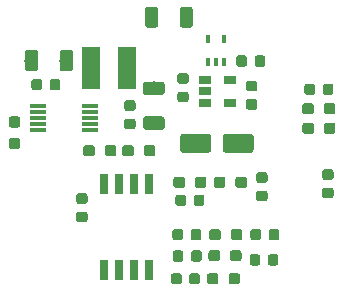
<source format=gbr>
G04 #@! TF.GenerationSoftware,KiCad,Pcbnew,(5.0.0-rc2-198-gb8bbb15aa)*
G04 #@! TF.CreationDate,2022-01-01T22:46:34-08:00*
G04 #@! TF.ProjectId,E-Bike,452D42696B652E6B696361645F706362,rev?*
G04 #@! TF.SameCoordinates,PX619eb90PY83695b8*
G04 #@! TF.FileFunction,Paste,Top*
G04 #@! TF.FilePolarity,Positive*
%FSLAX45Y45*%
G04 Gerber Fmt 4.5, Leading zero omitted, Abs format (unit mm)*
G04 Created by KiCad (PCBNEW (5.0.0-rc2-198-gb8bbb15aa)) date 01/01/22 22:46:34*
%MOMM*%
%LPD*%
G01*
G04 APERTURE LIST*
%ADD10C,0.100000*%
%ADD11C,1.125000*%
%ADD12R,0.400000X0.650000*%
%ADD13C,0.950000*%
%ADD14C,0.900000*%
%ADD15R,1.060000X0.650000*%
%ADD16R,0.650000X1.700000*%
%ADD17R,1.400000X0.300000*%
%ADD18R,1.500000X3.600000*%
%ADD19C,1.600000*%
%ADD20C,1.150000*%
G04 APERTURE END LIST*
D10*
G04 #@! TO.C,R2*
G36*
X1487650Y2436880D02*
X1490077Y2436520D01*
X1492457Y2435924D01*
X1494767Y2435097D01*
X1496985Y2434048D01*
X1499089Y2432787D01*
X1501060Y2431325D01*
X1502878Y2429678D01*
X1504525Y2427860D01*
X1505987Y2425889D01*
X1507248Y2423785D01*
X1508297Y2421567D01*
X1509123Y2419257D01*
X1509720Y2416877D01*
X1510080Y2414451D01*
X1510200Y2412000D01*
X1510200Y2287000D01*
X1510080Y2284550D01*
X1509720Y2282123D01*
X1509123Y2279743D01*
X1508297Y2277433D01*
X1507248Y2275215D01*
X1505987Y2273111D01*
X1504525Y2271140D01*
X1502878Y2269322D01*
X1501060Y2267675D01*
X1499089Y2266213D01*
X1496985Y2264952D01*
X1494767Y2263903D01*
X1492457Y2263077D01*
X1490077Y2262480D01*
X1487650Y2262120D01*
X1485200Y2262000D01*
X1422700Y2262000D01*
X1420249Y2262120D01*
X1417823Y2262480D01*
X1415443Y2263077D01*
X1413133Y2263903D01*
X1410915Y2264952D01*
X1408811Y2266213D01*
X1406840Y2267675D01*
X1405022Y2269322D01*
X1403375Y2271140D01*
X1401913Y2273111D01*
X1400652Y2275215D01*
X1399603Y2277433D01*
X1398776Y2279743D01*
X1398180Y2282123D01*
X1397820Y2284550D01*
X1397700Y2287000D01*
X1397700Y2412000D01*
X1397820Y2414451D01*
X1398180Y2416877D01*
X1398776Y2419257D01*
X1399603Y2421567D01*
X1400652Y2423785D01*
X1401913Y2425889D01*
X1403375Y2427860D01*
X1405022Y2429678D01*
X1406840Y2431325D01*
X1408811Y2432787D01*
X1410915Y2434048D01*
X1413133Y2435097D01*
X1415443Y2435924D01*
X1417823Y2436520D01*
X1420249Y2436880D01*
X1422700Y2437000D01*
X1485200Y2437000D01*
X1487650Y2436880D01*
X1487650Y2436880D01*
G37*
D11*
X1453950Y2349500D03*
D10*
G36*
X1780150Y2436880D02*
X1782577Y2436520D01*
X1784957Y2435924D01*
X1787267Y2435097D01*
X1789485Y2434048D01*
X1791589Y2432787D01*
X1793560Y2431325D01*
X1795378Y2429678D01*
X1797025Y2427860D01*
X1798487Y2425889D01*
X1799748Y2423785D01*
X1800797Y2421567D01*
X1801623Y2419257D01*
X1802220Y2416877D01*
X1802580Y2414451D01*
X1802700Y2412000D01*
X1802700Y2287000D01*
X1802580Y2284550D01*
X1802220Y2282123D01*
X1801623Y2279743D01*
X1800797Y2277433D01*
X1799748Y2275215D01*
X1798487Y2273111D01*
X1797025Y2271140D01*
X1795378Y2269322D01*
X1793560Y2267675D01*
X1791589Y2266213D01*
X1789485Y2264952D01*
X1787267Y2263903D01*
X1784957Y2263077D01*
X1782577Y2262480D01*
X1780150Y2262120D01*
X1777700Y2262000D01*
X1715200Y2262000D01*
X1712749Y2262120D01*
X1710323Y2262480D01*
X1707943Y2263077D01*
X1705633Y2263903D01*
X1703415Y2264952D01*
X1701311Y2266213D01*
X1699340Y2267675D01*
X1697522Y2269322D01*
X1695875Y2271140D01*
X1694413Y2273111D01*
X1693152Y2275215D01*
X1692103Y2277433D01*
X1691276Y2279743D01*
X1690680Y2282123D01*
X1690320Y2284550D01*
X1690200Y2287000D01*
X1690200Y2412000D01*
X1690320Y2414451D01*
X1690680Y2416877D01*
X1691276Y2419257D01*
X1692103Y2421567D01*
X1693152Y2423785D01*
X1694413Y2425889D01*
X1695875Y2427860D01*
X1697522Y2429678D01*
X1699340Y2431325D01*
X1701311Y2432787D01*
X1703415Y2434048D01*
X1705633Y2435097D01*
X1707943Y2435924D01*
X1710323Y2436520D01*
X1712749Y2436880D01*
X1715200Y2437000D01*
X1777700Y2437000D01*
X1780150Y2436880D01*
X1780150Y2436880D01*
G37*
D11*
X1746450Y2349500D03*
G04 #@! TD*
D12*
G04 #@! TO.C,U4*
X1933980Y2162560D03*
X2063980Y2162560D03*
X1998980Y1972560D03*
X2063980Y1972560D03*
X1933980Y1972560D03*
G04 #@! TD*
D10*
G04 #@! TO.C,R11*
G36*
X1998558Y182006D02*
X2000863Y181664D01*
X2003124Y181097D01*
X2005319Y180312D01*
X2007426Y179316D01*
X2009425Y178117D01*
X2011297Y176729D01*
X2013024Y175164D01*
X2014589Y173437D01*
X2015977Y171565D01*
X2017176Y169566D01*
X2018172Y167459D01*
X2018957Y165264D01*
X2019524Y163003D01*
X2019866Y160698D01*
X2019980Y158370D01*
X2019980Y110870D01*
X2019866Y108542D01*
X2019524Y106237D01*
X2018957Y103976D01*
X2018172Y101781D01*
X2017176Y99674D01*
X2015977Y97675D01*
X2014589Y95803D01*
X2013024Y94076D01*
X2011297Y92511D01*
X2009425Y91123D01*
X2007426Y89924D01*
X2005319Y88928D01*
X2003124Y88143D01*
X2000863Y87576D01*
X1998558Y87234D01*
X1996230Y87120D01*
X1946230Y87120D01*
X1943902Y87234D01*
X1941597Y87576D01*
X1939336Y88143D01*
X1937141Y88928D01*
X1935034Y89924D01*
X1933035Y91123D01*
X1931163Y92511D01*
X1929436Y94076D01*
X1927871Y95803D01*
X1926483Y97675D01*
X1925284Y99674D01*
X1924288Y101781D01*
X1923503Y103976D01*
X1922936Y106237D01*
X1922594Y108542D01*
X1922480Y110870D01*
X1922480Y158370D01*
X1922594Y160698D01*
X1922936Y163003D01*
X1923503Y165264D01*
X1924288Y167459D01*
X1925284Y169566D01*
X1926483Y171565D01*
X1927871Y173437D01*
X1929436Y175164D01*
X1931163Y176729D01*
X1933035Y178117D01*
X1935034Y179316D01*
X1937141Y180312D01*
X1939336Y181097D01*
X1941597Y181664D01*
X1943902Y182006D01*
X1946230Y182120D01*
X1996230Y182120D01*
X1998558Y182006D01*
X1998558Y182006D01*
G37*
D13*
X1971230Y134620D03*
D10*
G36*
X2181058Y182006D02*
X2183363Y181664D01*
X2185624Y181097D01*
X2187819Y180312D01*
X2189926Y179316D01*
X2191925Y178117D01*
X2193797Y176729D01*
X2195524Y175164D01*
X2197089Y173437D01*
X2198477Y171565D01*
X2199676Y169566D01*
X2200672Y167459D01*
X2201457Y165264D01*
X2202024Y163003D01*
X2202366Y160698D01*
X2202480Y158370D01*
X2202480Y110870D01*
X2202366Y108542D01*
X2202024Y106237D01*
X2201457Y103976D01*
X2200672Y101781D01*
X2199676Y99674D01*
X2198477Y97675D01*
X2197089Y95803D01*
X2195524Y94076D01*
X2193797Y92511D01*
X2191925Y91123D01*
X2189926Y89924D01*
X2187819Y88928D01*
X2185624Y88143D01*
X2183363Y87576D01*
X2181058Y87234D01*
X2178730Y87120D01*
X2128730Y87120D01*
X2126402Y87234D01*
X2124097Y87576D01*
X2121836Y88143D01*
X2119641Y88928D01*
X2117534Y89924D01*
X2115535Y91123D01*
X2113663Y92511D01*
X2111936Y94076D01*
X2110371Y95803D01*
X2108983Y97675D01*
X2107784Y99674D01*
X2106788Y101781D01*
X2106003Y103976D01*
X2105436Y106237D01*
X2105094Y108542D01*
X2104980Y110870D01*
X2104980Y158370D01*
X2105094Y160698D01*
X2105436Y163003D01*
X2106003Y165264D01*
X2106788Y167459D01*
X2107784Y169566D01*
X2108983Y171565D01*
X2110371Y173437D01*
X2111936Y175164D01*
X2113663Y176729D01*
X2115535Y178117D01*
X2117534Y179316D01*
X2119641Y180312D01*
X2121836Y181097D01*
X2124097Y181664D01*
X2126402Y182006D01*
X2128730Y182120D01*
X2178730Y182120D01*
X2181058Y182006D01*
X2181058Y182006D01*
G37*
D13*
X2153730Y134620D03*
G04 #@! TD*
D10*
G04 #@! TO.C,C18*
G36*
X1687105Y182012D02*
X1689289Y181688D01*
X1691431Y181151D01*
X1693510Y180407D01*
X1695506Y179463D01*
X1697400Y178328D01*
X1699174Y177013D01*
X1700810Y175530D01*
X1702293Y173894D01*
X1703608Y172120D01*
X1704743Y170226D01*
X1705687Y168230D01*
X1706431Y166151D01*
X1706968Y164010D01*
X1707292Y161825D01*
X1707400Y159620D01*
X1707400Y109620D01*
X1707292Y107415D01*
X1706968Y105230D01*
X1706431Y103089D01*
X1705687Y101010D01*
X1704743Y99014D01*
X1703608Y97120D01*
X1702293Y95346D01*
X1700810Y93710D01*
X1699174Y92227D01*
X1697400Y90912D01*
X1695506Y89777D01*
X1693510Y88833D01*
X1691431Y88089D01*
X1689289Y87552D01*
X1687105Y87228D01*
X1684900Y87120D01*
X1639900Y87120D01*
X1637695Y87228D01*
X1635510Y87552D01*
X1633369Y88089D01*
X1631290Y88833D01*
X1629294Y89777D01*
X1627400Y90912D01*
X1625626Y92227D01*
X1623990Y93710D01*
X1622507Y95346D01*
X1621192Y97120D01*
X1620057Y99014D01*
X1619113Y101010D01*
X1618369Y103089D01*
X1617832Y105230D01*
X1617508Y107415D01*
X1617400Y109620D01*
X1617400Y159620D01*
X1617508Y161825D01*
X1617832Y164010D01*
X1618369Y166151D01*
X1619113Y168230D01*
X1620057Y170226D01*
X1621192Y172120D01*
X1622507Y173894D01*
X1623990Y175530D01*
X1625626Y177013D01*
X1627400Y178328D01*
X1629294Y179463D01*
X1631290Y180407D01*
X1633369Y181151D01*
X1635510Y181688D01*
X1637695Y182012D01*
X1639900Y182120D01*
X1684900Y182120D01*
X1687105Y182012D01*
X1687105Y182012D01*
G37*
D14*
X1662400Y134620D03*
D10*
G36*
X1842105Y182012D02*
X1844289Y181688D01*
X1846431Y181151D01*
X1848510Y180407D01*
X1850506Y179463D01*
X1852400Y178328D01*
X1854174Y177013D01*
X1855810Y175530D01*
X1857293Y173894D01*
X1858608Y172120D01*
X1859743Y170226D01*
X1860687Y168230D01*
X1861431Y166151D01*
X1861968Y164010D01*
X1862292Y161825D01*
X1862400Y159620D01*
X1862400Y109620D01*
X1862292Y107415D01*
X1861968Y105230D01*
X1861431Y103089D01*
X1860687Y101010D01*
X1859743Y99014D01*
X1858608Y97120D01*
X1857293Y95346D01*
X1855810Y93710D01*
X1854174Y92227D01*
X1852400Y90912D01*
X1850506Y89777D01*
X1848510Y88833D01*
X1846431Y88089D01*
X1844289Y87552D01*
X1842105Y87228D01*
X1839900Y87120D01*
X1794900Y87120D01*
X1792695Y87228D01*
X1790510Y87552D01*
X1788369Y88089D01*
X1786290Y88833D01*
X1784294Y89777D01*
X1782400Y90912D01*
X1780626Y92227D01*
X1778990Y93710D01*
X1777507Y95346D01*
X1776192Y97120D01*
X1775057Y99014D01*
X1774113Y101010D01*
X1773369Y103089D01*
X1772832Y105230D01*
X1772508Y107415D01*
X1772400Y109620D01*
X1772400Y159620D01*
X1772508Y161825D01*
X1772832Y164010D01*
X1773369Y166151D01*
X1774113Y168230D01*
X1775057Y170226D01*
X1776192Y172120D01*
X1777507Y173894D01*
X1778990Y175530D01*
X1780626Y177013D01*
X1782400Y178328D01*
X1784294Y179463D01*
X1786290Y180407D01*
X1788369Y181151D01*
X1790510Y181688D01*
X1792695Y182012D01*
X1794900Y182120D01*
X1839900Y182120D01*
X1842105Y182012D01*
X1842105Y182012D01*
G37*
D14*
X1817400Y134620D03*
G04 #@! TD*
D10*
G04 #@! TO.C,C3*
G36*
X2395825Y2026052D02*
X2398010Y2025728D01*
X2400151Y2025191D01*
X2402230Y2024447D01*
X2404226Y2023503D01*
X2406120Y2022368D01*
X2407894Y2021053D01*
X2409530Y2019570D01*
X2411013Y2017934D01*
X2412328Y2016160D01*
X2413463Y2014266D01*
X2414407Y2012270D01*
X2415151Y2010191D01*
X2415688Y2008049D01*
X2416012Y2005865D01*
X2416120Y2003660D01*
X2416120Y1953660D01*
X2416012Y1951455D01*
X2415688Y1949270D01*
X2415151Y1947129D01*
X2414407Y1945050D01*
X2413463Y1943054D01*
X2412328Y1941160D01*
X2411013Y1939386D01*
X2409530Y1937750D01*
X2407894Y1936267D01*
X2406120Y1934952D01*
X2404226Y1933817D01*
X2402230Y1932873D01*
X2400151Y1932129D01*
X2398010Y1931592D01*
X2395825Y1931268D01*
X2393620Y1931160D01*
X2348620Y1931160D01*
X2346415Y1931268D01*
X2344231Y1931592D01*
X2342089Y1932129D01*
X2340010Y1932873D01*
X2338014Y1933817D01*
X2336120Y1934952D01*
X2334346Y1936267D01*
X2332710Y1937750D01*
X2331227Y1939386D01*
X2329912Y1941160D01*
X2328777Y1943054D01*
X2327833Y1945050D01*
X2327089Y1947129D01*
X2326552Y1949270D01*
X2326228Y1951455D01*
X2326120Y1953660D01*
X2326120Y2003660D01*
X2326228Y2005865D01*
X2326552Y2008049D01*
X2327089Y2010191D01*
X2327833Y2012270D01*
X2328777Y2014266D01*
X2329912Y2016160D01*
X2331227Y2017934D01*
X2332710Y2019570D01*
X2334346Y2021053D01*
X2336120Y2022368D01*
X2338014Y2023503D01*
X2340010Y2024447D01*
X2342089Y2025191D01*
X2344231Y2025728D01*
X2346415Y2026052D01*
X2348620Y2026160D01*
X2393620Y2026160D01*
X2395825Y2026052D01*
X2395825Y2026052D01*
G37*
D14*
X2371120Y1978660D03*
D10*
G36*
X2240825Y2026052D02*
X2243010Y2025728D01*
X2245151Y2025191D01*
X2247230Y2024447D01*
X2249226Y2023503D01*
X2251120Y2022368D01*
X2252894Y2021053D01*
X2254530Y2019570D01*
X2256013Y2017934D01*
X2257328Y2016160D01*
X2258463Y2014266D01*
X2259407Y2012270D01*
X2260151Y2010191D01*
X2260688Y2008049D01*
X2261012Y2005865D01*
X2261120Y2003660D01*
X2261120Y1953660D01*
X2261012Y1951455D01*
X2260688Y1949270D01*
X2260151Y1947129D01*
X2259407Y1945050D01*
X2258463Y1943054D01*
X2257328Y1941160D01*
X2256013Y1939386D01*
X2254530Y1937750D01*
X2252894Y1936267D01*
X2251120Y1934952D01*
X2249226Y1933817D01*
X2247230Y1932873D01*
X2245151Y1932129D01*
X2243010Y1931592D01*
X2240825Y1931268D01*
X2238620Y1931160D01*
X2193620Y1931160D01*
X2191415Y1931268D01*
X2189231Y1931592D01*
X2187089Y1932129D01*
X2185010Y1932873D01*
X2183014Y1933817D01*
X2181120Y1934952D01*
X2179346Y1936267D01*
X2177710Y1937750D01*
X2176227Y1939386D01*
X2174912Y1941160D01*
X2173777Y1943054D01*
X2172833Y1945050D01*
X2172089Y1947129D01*
X2171552Y1949270D01*
X2171228Y1951455D01*
X2171120Y1953660D01*
X2171120Y2003660D01*
X2171228Y2005865D01*
X2171552Y2008049D01*
X2172089Y2010191D01*
X2172833Y2012270D01*
X2173777Y2014266D01*
X2174912Y2016160D01*
X2176227Y2017934D01*
X2177710Y2019570D01*
X2179346Y2021053D01*
X2181120Y2022368D01*
X2183014Y2023503D01*
X2185010Y2024447D01*
X2187089Y2025191D01*
X2189231Y2025728D01*
X2191415Y2026052D01*
X2193620Y2026160D01*
X2238620Y2026160D01*
X2240825Y2026052D01*
X2240825Y2026052D01*
G37*
D14*
X2216120Y1978660D03*
G04 #@! TD*
D15*
G04 #@! TO.C,U3*
X2121680Y1817120D03*
X2121680Y1627120D03*
X1901680Y1627120D03*
X1901680Y1722120D03*
X1901680Y1817120D03*
G04 #@! TD*
D16*
G04 #@! TO.C,U2*
X1054100Y936500D03*
X1181100Y936500D03*
X1308100Y936500D03*
X1435100Y936500D03*
X1435100Y206500D03*
X1308100Y206500D03*
X1181100Y206500D03*
X1054100Y206500D03*
G04 #@! TD*
D17*
G04 #@! TO.C,U1*
X931200Y1598600D03*
X931200Y1548600D03*
X931200Y1498600D03*
X931200Y1448600D03*
X931200Y1398600D03*
X491200Y1398600D03*
X491200Y1448600D03*
X491200Y1498600D03*
X491200Y1548600D03*
X491200Y1598600D03*
G04 #@! TD*
D10*
G04 #@! TO.C,R10*
G36*
X2056978Y999886D02*
X2059283Y999544D01*
X2061544Y998977D01*
X2063739Y998192D01*
X2065846Y997196D01*
X2067845Y995997D01*
X2069717Y994609D01*
X2071444Y993044D01*
X2073009Y991317D01*
X2074397Y989445D01*
X2075596Y987446D01*
X2076592Y985339D01*
X2077377Y983144D01*
X2077944Y980883D01*
X2078286Y978578D01*
X2078400Y976250D01*
X2078400Y928750D01*
X2078286Y926422D01*
X2077944Y924117D01*
X2077377Y921856D01*
X2076592Y919661D01*
X2075596Y917554D01*
X2074397Y915555D01*
X2073009Y913683D01*
X2071444Y911956D01*
X2069717Y910391D01*
X2067845Y909003D01*
X2065846Y907804D01*
X2063739Y906808D01*
X2061544Y906023D01*
X2059283Y905456D01*
X2056978Y905114D01*
X2054650Y905000D01*
X2004650Y905000D01*
X2002322Y905114D01*
X2000017Y905456D01*
X1997756Y906023D01*
X1995561Y906808D01*
X1993454Y907804D01*
X1991455Y909003D01*
X1989583Y910391D01*
X1987856Y911956D01*
X1986291Y913683D01*
X1984903Y915555D01*
X1983704Y917554D01*
X1982708Y919661D01*
X1981923Y921856D01*
X1981356Y924117D01*
X1981014Y926422D01*
X1980900Y928750D01*
X1980900Y976250D01*
X1981014Y978578D01*
X1981356Y980883D01*
X1981923Y983144D01*
X1982708Y985339D01*
X1983704Y987446D01*
X1984903Y989445D01*
X1986291Y991317D01*
X1987856Y993044D01*
X1989583Y994609D01*
X1991455Y995997D01*
X1993454Y997196D01*
X1995561Y998192D01*
X1997756Y998977D01*
X2000017Y999544D01*
X2002322Y999886D01*
X2004650Y1000000D01*
X2054650Y1000000D01*
X2056978Y999886D01*
X2056978Y999886D01*
G37*
D13*
X2029650Y952500D03*
D10*
G36*
X2239478Y999886D02*
X2241783Y999544D01*
X2244044Y998977D01*
X2246239Y998192D01*
X2248346Y997196D01*
X2250345Y995997D01*
X2252217Y994609D01*
X2253944Y993044D01*
X2255509Y991317D01*
X2256897Y989445D01*
X2258096Y987446D01*
X2259092Y985339D01*
X2259877Y983144D01*
X2260444Y980883D01*
X2260786Y978578D01*
X2260900Y976250D01*
X2260900Y928750D01*
X2260786Y926422D01*
X2260444Y924117D01*
X2259877Y921856D01*
X2259092Y919661D01*
X2258096Y917554D01*
X2256897Y915555D01*
X2255509Y913683D01*
X2253944Y911956D01*
X2252217Y910391D01*
X2250345Y909003D01*
X2248346Y907804D01*
X2246239Y906808D01*
X2244044Y906023D01*
X2241783Y905456D01*
X2239478Y905114D01*
X2237150Y905000D01*
X2187150Y905000D01*
X2184822Y905114D01*
X2182517Y905456D01*
X2180256Y906023D01*
X2178061Y906808D01*
X2175954Y907804D01*
X2173955Y909003D01*
X2172083Y910391D01*
X2170356Y911956D01*
X2168791Y913683D01*
X2167403Y915555D01*
X2166204Y917554D01*
X2165208Y919661D01*
X2164423Y921856D01*
X2163856Y924117D01*
X2163514Y926422D01*
X2163400Y928750D01*
X2163400Y976250D01*
X2163514Y978578D01*
X2163856Y980883D01*
X2164423Y983144D01*
X2165208Y985339D01*
X2166204Y987446D01*
X2167403Y989445D01*
X2168791Y991317D01*
X2170356Y993044D01*
X2172083Y994609D01*
X2173955Y995997D01*
X2175954Y997196D01*
X2178061Y998192D01*
X2180256Y998977D01*
X2182517Y999544D01*
X2184822Y999886D01*
X2187150Y1000000D01*
X2237150Y1000000D01*
X2239478Y999886D01*
X2239478Y999886D01*
G37*
D13*
X2212150Y952500D03*
G04 #@! TD*
D10*
G04 #@! TO.C,R9*
G36*
X2193758Y377586D02*
X2196063Y377244D01*
X2198324Y376677D01*
X2200519Y375892D01*
X2202626Y374896D01*
X2204625Y373697D01*
X2206497Y372309D01*
X2208224Y370744D01*
X2209789Y369017D01*
X2211177Y367145D01*
X2212376Y365146D01*
X2213372Y363039D01*
X2214157Y360844D01*
X2214724Y358583D01*
X2215066Y356278D01*
X2215180Y353950D01*
X2215180Y306450D01*
X2215066Y304122D01*
X2214724Y301817D01*
X2214157Y299556D01*
X2213372Y297361D01*
X2212376Y295254D01*
X2211177Y293255D01*
X2209789Y291383D01*
X2208224Y289656D01*
X2206497Y288091D01*
X2204625Y286703D01*
X2202626Y285504D01*
X2200519Y284508D01*
X2198324Y283723D01*
X2196063Y283156D01*
X2193758Y282814D01*
X2191430Y282700D01*
X2141430Y282700D01*
X2139102Y282814D01*
X2136797Y283156D01*
X2134536Y283723D01*
X2132341Y284508D01*
X2130234Y285504D01*
X2128235Y286703D01*
X2126363Y288091D01*
X2124636Y289656D01*
X2123071Y291383D01*
X2121683Y293255D01*
X2120484Y295254D01*
X2119488Y297361D01*
X2118703Y299556D01*
X2118136Y301817D01*
X2117794Y304122D01*
X2117680Y306450D01*
X2117680Y353950D01*
X2117794Y356278D01*
X2118136Y358583D01*
X2118703Y360844D01*
X2119488Y363039D01*
X2120484Y365146D01*
X2121683Y367145D01*
X2123071Y369017D01*
X2124636Y370744D01*
X2126363Y372309D01*
X2128235Y373697D01*
X2130234Y374896D01*
X2132341Y375892D01*
X2134536Y376677D01*
X2136797Y377244D01*
X2139102Y377586D01*
X2141430Y377700D01*
X2191430Y377700D01*
X2193758Y377586D01*
X2193758Y377586D01*
G37*
D13*
X2166430Y330200D03*
D10*
G36*
X2011258Y377586D02*
X2013563Y377244D01*
X2015824Y376677D01*
X2018019Y375892D01*
X2020126Y374896D01*
X2022125Y373697D01*
X2023997Y372309D01*
X2025724Y370744D01*
X2027289Y369017D01*
X2028677Y367145D01*
X2029876Y365146D01*
X2030872Y363039D01*
X2031657Y360844D01*
X2032224Y358583D01*
X2032566Y356278D01*
X2032680Y353950D01*
X2032680Y306450D01*
X2032566Y304122D01*
X2032224Y301817D01*
X2031657Y299556D01*
X2030872Y297361D01*
X2029876Y295254D01*
X2028677Y293255D01*
X2027289Y291383D01*
X2025724Y289656D01*
X2023997Y288091D01*
X2022125Y286703D01*
X2020126Y285504D01*
X2018019Y284508D01*
X2015824Y283723D01*
X2013563Y283156D01*
X2011258Y282814D01*
X2008930Y282700D01*
X1958930Y282700D01*
X1956602Y282814D01*
X1954297Y283156D01*
X1952036Y283723D01*
X1949841Y284508D01*
X1947734Y285504D01*
X1945735Y286703D01*
X1943863Y288091D01*
X1942136Y289656D01*
X1940571Y291383D01*
X1939183Y293255D01*
X1937984Y295254D01*
X1936988Y297361D01*
X1936203Y299556D01*
X1935636Y301817D01*
X1935294Y304122D01*
X1935180Y306450D01*
X1935180Y353950D01*
X1935294Y356278D01*
X1935636Y358583D01*
X1936203Y360844D01*
X1936988Y363039D01*
X1937984Y365146D01*
X1939183Y367145D01*
X1940571Y369017D01*
X1942136Y370744D01*
X1943863Y372309D01*
X1945735Y373697D01*
X1947734Y374896D01*
X1949841Y375892D01*
X1952036Y376677D01*
X1954297Y377244D01*
X1956602Y377586D01*
X1958930Y377700D01*
X2008930Y377700D01*
X2011258Y377586D01*
X2011258Y377586D01*
G37*
D13*
X1983930Y330200D03*
G04 #@! TD*
D10*
G04 #@! TO.C,R8*
G36*
X2201378Y555386D02*
X2203683Y555044D01*
X2205944Y554477D01*
X2208139Y553692D01*
X2210246Y552696D01*
X2212245Y551497D01*
X2214117Y550109D01*
X2215844Y548544D01*
X2217409Y546817D01*
X2218797Y544945D01*
X2219996Y542946D01*
X2220992Y540839D01*
X2221777Y538644D01*
X2222344Y536383D01*
X2222686Y534078D01*
X2222800Y531750D01*
X2222800Y484250D01*
X2222686Y481922D01*
X2222344Y479617D01*
X2221777Y477356D01*
X2220992Y475161D01*
X2219996Y473054D01*
X2218797Y471055D01*
X2217409Y469183D01*
X2215844Y467456D01*
X2214117Y465891D01*
X2212245Y464503D01*
X2210246Y463304D01*
X2208139Y462308D01*
X2205944Y461523D01*
X2203683Y460956D01*
X2201378Y460614D01*
X2199050Y460500D01*
X2149050Y460500D01*
X2146722Y460614D01*
X2144417Y460956D01*
X2142156Y461523D01*
X2139961Y462308D01*
X2137854Y463304D01*
X2135855Y464503D01*
X2133983Y465891D01*
X2132256Y467456D01*
X2130691Y469183D01*
X2129303Y471055D01*
X2128104Y473054D01*
X2127108Y475161D01*
X2126323Y477356D01*
X2125756Y479617D01*
X2125414Y481922D01*
X2125300Y484250D01*
X2125300Y531750D01*
X2125414Y534078D01*
X2125756Y536383D01*
X2126323Y538644D01*
X2127108Y540839D01*
X2128104Y542946D01*
X2129303Y544945D01*
X2130691Y546817D01*
X2132256Y548544D01*
X2133983Y550109D01*
X2135855Y551497D01*
X2137854Y552696D01*
X2139961Y553692D01*
X2142156Y554477D01*
X2144417Y555044D01*
X2146722Y555386D01*
X2149050Y555500D01*
X2199050Y555500D01*
X2201378Y555386D01*
X2201378Y555386D01*
G37*
D13*
X2174050Y508000D03*
D10*
G36*
X2018878Y555386D02*
X2021183Y555044D01*
X2023444Y554477D01*
X2025639Y553692D01*
X2027746Y552696D01*
X2029745Y551497D01*
X2031617Y550109D01*
X2033344Y548544D01*
X2034909Y546817D01*
X2036297Y544945D01*
X2037496Y542946D01*
X2038492Y540839D01*
X2039277Y538644D01*
X2039844Y536383D01*
X2040186Y534078D01*
X2040300Y531750D01*
X2040300Y484250D01*
X2040186Y481922D01*
X2039844Y479617D01*
X2039277Y477356D01*
X2038492Y475161D01*
X2037496Y473054D01*
X2036297Y471055D01*
X2034909Y469183D01*
X2033344Y467456D01*
X2031617Y465891D01*
X2029745Y464503D01*
X2027746Y463304D01*
X2025639Y462308D01*
X2023444Y461523D01*
X2021183Y460956D01*
X2018878Y460614D01*
X2016550Y460500D01*
X1966550Y460500D01*
X1964222Y460614D01*
X1961917Y460956D01*
X1959656Y461523D01*
X1957461Y462308D01*
X1955354Y463304D01*
X1953355Y464503D01*
X1951483Y465891D01*
X1949756Y467456D01*
X1948191Y469183D01*
X1946803Y471055D01*
X1945604Y473054D01*
X1944608Y475161D01*
X1943823Y477356D01*
X1943256Y479617D01*
X1942914Y481922D01*
X1942800Y484250D01*
X1942800Y531750D01*
X1942914Y534078D01*
X1943256Y536383D01*
X1943823Y538644D01*
X1944608Y540839D01*
X1945604Y542946D01*
X1946803Y544945D01*
X1948191Y546817D01*
X1949756Y548544D01*
X1951483Y550109D01*
X1953355Y551497D01*
X1955354Y552696D01*
X1957461Y553692D01*
X1959656Y554477D01*
X1961917Y555044D01*
X1964222Y555386D01*
X1966550Y555500D01*
X2016550Y555500D01*
X2018878Y555386D01*
X2018878Y555386D01*
G37*
D13*
X1991550Y508000D03*
G04 #@! TD*
D10*
G04 #@! TO.C,R7*
G36*
X1896578Y999886D02*
X1898883Y999544D01*
X1901144Y998977D01*
X1903339Y998192D01*
X1905446Y997196D01*
X1907445Y995997D01*
X1909317Y994609D01*
X1911044Y993044D01*
X1912609Y991317D01*
X1913997Y989445D01*
X1915196Y987446D01*
X1916192Y985339D01*
X1916977Y983144D01*
X1917544Y980883D01*
X1917886Y978578D01*
X1918000Y976250D01*
X1918000Y928750D01*
X1917886Y926422D01*
X1917544Y924117D01*
X1916977Y921856D01*
X1916192Y919661D01*
X1915196Y917554D01*
X1913997Y915555D01*
X1912609Y913683D01*
X1911044Y911956D01*
X1909317Y910391D01*
X1907445Y909003D01*
X1905446Y907804D01*
X1903339Y906808D01*
X1901144Y906023D01*
X1898883Y905456D01*
X1896578Y905114D01*
X1894250Y905000D01*
X1844250Y905000D01*
X1841922Y905114D01*
X1839617Y905456D01*
X1837356Y906023D01*
X1835161Y906808D01*
X1833054Y907804D01*
X1831055Y909003D01*
X1829183Y910391D01*
X1827456Y911956D01*
X1825891Y913683D01*
X1824503Y915555D01*
X1823304Y917554D01*
X1822308Y919661D01*
X1821523Y921856D01*
X1820956Y924117D01*
X1820614Y926422D01*
X1820500Y928750D01*
X1820500Y976250D01*
X1820614Y978578D01*
X1820956Y980883D01*
X1821523Y983144D01*
X1822308Y985339D01*
X1823304Y987446D01*
X1824503Y989445D01*
X1825891Y991317D01*
X1827456Y993044D01*
X1829183Y994609D01*
X1831055Y995997D01*
X1833054Y997196D01*
X1835161Y998192D01*
X1837356Y998977D01*
X1839617Y999544D01*
X1841922Y999886D01*
X1844250Y1000000D01*
X1894250Y1000000D01*
X1896578Y999886D01*
X1896578Y999886D01*
G37*
D13*
X1869250Y952500D03*
D10*
G36*
X1714078Y999886D02*
X1716383Y999544D01*
X1718644Y998977D01*
X1720839Y998192D01*
X1722946Y997196D01*
X1724945Y995997D01*
X1726817Y994609D01*
X1728544Y993044D01*
X1730109Y991317D01*
X1731497Y989445D01*
X1732696Y987446D01*
X1733692Y985339D01*
X1734477Y983144D01*
X1735044Y980883D01*
X1735386Y978578D01*
X1735500Y976250D01*
X1735500Y928750D01*
X1735386Y926422D01*
X1735044Y924117D01*
X1734477Y921856D01*
X1733692Y919661D01*
X1732696Y917554D01*
X1731497Y915555D01*
X1730109Y913683D01*
X1728544Y911956D01*
X1726817Y910391D01*
X1724945Y909003D01*
X1722946Y907804D01*
X1720839Y906808D01*
X1718644Y906023D01*
X1716383Y905456D01*
X1714078Y905114D01*
X1711750Y905000D01*
X1661750Y905000D01*
X1659422Y905114D01*
X1657117Y905456D01*
X1654856Y906023D01*
X1652661Y906808D01*
X1650554Y907804D01*
X1648555Y909003D01*
X1646683Y910391D01*
X1644956Y911956D01*
X1643391Y913683D01*
X1642003Y915555D01*
X1640804Y917554D01*
X1639808Y919661D01*
X1639023Y921856D01*
X1638456Y924117D01*
X1638114Y926422D01*
X1638000Y928750D01*
X1638000Y976250D01*
X1638114Y978578D01*
X1638456Y980883D01*
X1639023Y983144D01*
X1639808Y985339D01*
X1640804Y987446D01*
X1642003Y989445D01*
X1643391Y991317D01*
X1644956Y993044D01*
X1646683Y994609D01*
X1648555Y995997D01*
X1650554Y997196D01*
X1652661Y998192D01*
X1654856Y998977D01*
X1657117Y999544D01*
X1659422Y999886D01*
X1661750Y1000000D01*
X1711750Y1000000D01*
X1714078Y999886D01*
X1714078Y999886D01*
G37*
D13*
X1686750Y952500D03*
G04 #@! TD*
D10*
G04 #@! TO.C,R6*
G36*
X2988778Y1622186D02*
X2991083Y1621844D01*
X2993344Y1621277D01*
X2995539Y1620492D01*
X2997646Y1619496D01*
X2999645Y1618297D01*
X3001517Y1616909D01*
X3003244Y1615344D01*
X3004809Y1613617D01*
X3006197Y1611745D01*
X3007396Y1609746D01*
X3008392Y1607639D01*
X3009177Y1605444D01*
X3009744Y1603183D01*
X3010086Y1600878D01*
X3010200Y1598550D01*
X3010200Y1551050D01*
X3010086Y1548722D01*
X3009744Y1546417D01*
X3009177Y1544156D01*
X3008392Y1541961D01*
X3007396Y1539854D01*
X3006197Y1537855D01*
X3004809Y1535983D01*
X3003244Y1534256D01*
X3001517Y1532691D01*
X2999645Y1531303D01*
X2997646Y1530104D01*
X2995539Y1529108D01*
X2993344Y1528323D01*
X2991083Y1527756D01*
X2988778Y1527414D01*
X2986450Y1527300D01*
X2936450Y1527300D01*
X2934122Y1527414D01*
X2931817Y1527756D01*
X2929556Y1528323D01*
X2927361Y1529108D01*
X2925254Y1530104D01*
X2923255Y1531303D01*
X2921383Y1532691D01*
X2919656Y1534256D01*
X2918091Y1535983D01*
X2916703Y1537855D01*
X2915504Y1539854D01*
X2914508Y1541961D01*
X2913723Y1544156D01*
X2913156Y1546417D01*
X2912814Y1548722D01*
X2912700Y1551050D01*
X2912700Y1598550D01*
X2912814Y1600878D01*
X2913156Y1603183D01*
X2913723Y1605444D01*
X2914508Y1607639D01*
X2915504Y1609746D01*
X2916703Y1611745D01*
X2918091Y1613617D01*
X2919656Y1615344D01*
X2921383Y1616909D01*
X2923255Y1618297D01*
X2925254Y1619496D01*
X2927361Y1620492D01*
X2929556Y1621277D01*
X2931817Y1621844D01*
X2934122Y1622186D01*
X2936450Y1622300D01*
X2986450Y1622300D01*
X2988778Y1622186D01*
X2988778Y1622186D01*
G37*
D13*
X2961450Y1574800D03*
D10*
G36*
X2806278Y1622186D02*
X2808583Y1621844D01*
X2810844Y1621277D01*
X2813039Y1620492D01*
X2815146Y1619496D01*
X2817145Y1618297D01*
X2819017Y1616909D01*
X2820744Y1615344D01*
X2822309Y1613617D01*
X2823697Y1611745D01*
X2824896Y1609746D01*
X2825892Y1607639D01*
X2826677Y1605444D01*
X2827244Y1603183D01*
X2827586Y1600878D01*
X2827700Y1598550D01*
X2827700Y1551050D01*
X2827586Y1548722D01*
X2827244Y1546417D01*
X2826677Y1544156D01*
X2825892Y1541961D01*
X2824896Y1539854D01*
X2823697Y1537855D01*
X2822309Y1535983D01*
X2820744Y1534256D01*
X2819017Y1532691D01*
X2817145Y1531303D01*
X2815146Y1530104D01*
X2813039Y1529108D01*
X2810844Y1528323D01*
X2808583Y1527756D01*
X2806278Y1527414D01*
X2803950Y1527300D01*
X2753950Y1527300D01*
X2751622Y1527414D01*
X2749317Y1527756D01*
X2747056Y1528323D01*
X2744861Y1529108D01*
X2742754Y1530104D01*
X2740755Y1531303D01*
X2738883Y1532691D01*
X2737156Y1534256D01*
X2735591Y1535983D01*
X2734203Y1537855D01*
X2733004Y1539854D01*
X2732008Y1541961D01*
X2731223Y1544156D01*
X2730656Y1546417D01*
X2730314Y1548722D01*
X2730200Y1551050D01*
X2730200Y1598550D01*
X2730314Y1600878D01*
X2730656Y1603183D01*
X2731223Y1605444D01*
X2732008Y1607639D01*
X2733004Y1609746D01*
X2734203Y1611745D01*
X2735591Y1613617D01*
X2737156Y1615344D01*
X2738883Y1616909D01*
X2740755Y1618297D01*
X2742754Y1619496D01*
X2744861Y1620492D01*
X2747056Y1621277D01*
X2749317Y1621844D01*
X2751622Y1622186D01*
X2753950Y1622300D01*
X2803950Y1622300D01*
X2806278Y1622186D01*
X2806278Y1622186D01*
G37*
D13*
X2778950Y1574800D03*
G04 #@! TD*
D10*
G04 #@! TO.C,R5*
G36*
X2988778Y1457086D02*
X2991083Y1456744D01*
X2993344Y1456177D01*
X2995539Y1455392D01*
X2997646Y1454396D01*
X2999645Y1453197D01*
X3001517Y1451809D01*
X3003244Y1450244D01*
X3004809Y1448517D01*
X3006197Y1446645D01*
X3007396Y1444646D01*
X3008392Y1442539D01*
X3009177Y1440344D01*
X3009744Y1438083D01*
X3010086Y1435778D01*
X3010200Y1433450D01*
X3010200Y1385950D01*
X3010086Y1383622D01*
X3009744Y1381317D01*
X3009177Y1379056D01*
X3008392Y1376861D01*
X3007396Y1374754D01*
X3006197Y1372755D01*
X3004809Y1370883D01*
X3003244Y1369156D01*
X3001517Y1367591D01*
X2999645Y1366203D01*
X2997646Y1365004D01*
X2995539Y1364008D01*
X2993344Y1363223D01*
X2991083Y1362656D01*
X2988778Y1362314D01*
X2986450Y1362200D01*
X2936450Y1362200D01*
X2934122Y1362314D01*
X2931817Y1362656D01*
X2929556Y1363223D01*
X2927361Y1364008D01*
X2925254Y1365004D01*
X2923255Y1366203D01*
X2921383Y1367591D01*
X2919656Y1369156D01*
X2918091Y1370883D01*
X2916703Y1372755D01*
X2915504Y1374754D01*
X2914508Y1376861D01*
X2913723Y1379056D01*
X2913156Y1381317D01*
X2912814Y1383622D01*
X2912700Y1385950D01*
X2912700Y1433450D01*
X2912814Y1435778D01*
X2913156Y1438083D01*
X2913723Y1440344D01*
X2914508Y1442539D01*
X2915504Y1444646D01*
X2916703Y1446645D01*
X2918091Y1448517D01*
X2919656Y1450244D01*
X2921383Y1451809D01*
X2923255Y1453197D01*
X2925254Y1454396D01*
X2927361Y1455392D01*
X2929556Y1456177D01*
X2931817Y1456744D01*
X2934122Y1457086D01*
X2936450Y1457200D01*
X2986450Y1457200D01*
X2988778Y1457086D01*
X2988778Y1457086D01*
G37*
D13*
X2961450Y1409700D03*
D10*
G36*
X2806278Y1457086D02*
X2808583Y1456744D01*
X2810844Y1456177D01*
X2813039Y1455392D01*
X2815146Y1454396D01*
X2817145Y1453197D01*
X2819017Y1451809D01*
X2820744Y1450244D01*
X2822309Y1448517D01*
X2823697Y1446645D01*
X2824896Y1444646D01*
X2825892Y1442539D01*
X2826677Y1440344D01*
X2827244Y1438083D01*
X2827586Y1435778D01*
X2827700Y1433450D01*
X2827700Y1385950D01*
X2827586Y1383622D01*
X2827244Y1381317D01*
X2826677Y1379056D01*
X2825892Y1376861D01*
X2824896Y1374754D01*
X2823697Y1372755D01*
X2822309Y1370883D01*
X2820744Y1369156D01*
X2819017Y1367591D01*
X2817145Y1366203D01*
X2815146Y1365004D01*
X2813039Y1364008D01*
X2810844Y1363223D01*
X2808583Y1362656D01*
X2806278Y1362314D01*
X2803950Y1362200D01*
X2753950Y1362200D01*
X2751622Y1362314D01*
X2749317Y1362656D01*
X2747056Y1363223D01*
X2744861Y1364008D01*
X2742754Y1365004D01*
X2740755Y1366203D01*
X2738883Y1367591D01*
X2737156Y1369156D01*
X2735591Y1370883D01*
X2734203Y1372755D01*
X2733004Y1374754D01*
X2732008Y1376861D01*
X2731223Y1379056D01*
X2730656Y1381317D01*
X2730314Y1383622D01*
X2730200Y1385950D01*
X2730200Y1433450D01*
X2730314Y1435778D01*
X2730656Y1438083D01*
X2731223Y1440344D01*
X2732008Y1442539D01*
X2733004Y1444646D01*
X2734203Y1446645D01*
X2735591Y1448517D01*
X2737156Y1450244D01*
X2738883Y1451809D01*
X2740755Y1453197D01*
X2742754Y1454396D01*
X2744861Y1455392D01*
X2747056Y1456177D01*
X2749317Y1456744D01*
X2751622Y1457086D01*
X2753950Y1457200D01*
X2803950Y1457200D01*
X2806278Y1457086D01*
X2806278Y1457086D01*
G37*
D13*
X2778950Y1409700D03*
G04 #@! TD*
D10*
G04 #@! TO.C,R4*
G36*
X952078Y1266586D02*
X954383Y1266244D01*
X956644Y1265677D01*
X958839Y1264892D01*
X960946Y1263896D01*
X962945Y1262697D01*
X964817Y1261309D01*
X966544Y1259744D01*
X968109Y1258017D01*
X969497Y1256145D01*
X970696Y1254146D01*
X971692Y1252039D01*
X972477Y1249844D01*
X973044Y1247583D01*
X973386Y1245278D01*
X973500Y1242950D01*
X973500Y1195450D01*
X973386Y1193122D01*
X973044Y1190817D01*
X972477Y1188556D01*
X971692Y1186361D01*
X970696Y1184254D01*
X969497Y1182255D01*
X968109Y1180383D01*
X966544Y1178656D01*
X964817Y1177091D01*
X962945Y1175703D01*
X960946Y1174504D01*
X958839Y1173508D01*
X956644Y1172723D01*
X954383Y1172156D01*
X952078Y1171814D01*
X949750Y1171700D01*
X899750Y1171700D01*
X897422Y1171814D01*
X895117Y1172156D01*
X892856Y1172723D01*
X890661Y1173508D01*
X888554Y1174504D01*
X886555Y1175703D01*
X884683Y1177091D01*
X882956Y1178656D01*
X881391Y1180383D01*
X880003Y1182255D01*
X878804Y1184254D01*
X877808Y1186361D01*
X877023Y1188556D01*
X876456Y1190817D01*
X876114Y1193122D01*
X876000Y1195450D01*
X876000Y1242950D01*
X876114Y1245278D01*
X876456Y1247583D01*
X877023Y1249844D01*
X877808Y1252039D01*
X878804Y1254146D01*
X880003Y1256145D01*
X881391Y1258017D01*
X882956Y1259744D01*
X884683Y1261309D01*
X886555Y1262697D01*
X888554Y1263896D01*
X890661Y1264892D01*
X892856Y1265677D01*
X895117Y1266244D01*
X897422Y1266586D01*
X899750Y1266700D01*
X949750Y1266700D01*
X952078Y1266586D01*
X952078Y1266586D01*
G37*
D13*
X924750Y1219200D03*
D10*
G36*
X1134578Y1266586D02*
X1136883Y1266244D01*
X1139144Y1265677D01*
X1141339Y1264892D01*
X1143446Y1263896D01*
X1145445Y1262697D01*
X1147317Y1261309D01*
X1149044Y1259744D01*
X1150609Y1258017D01*
X1151997Y1256145D01*
X1153196Y1254146D01*
X1154192Y1252039D01*
X1154977Y1249844D01*
X1155544Y1247583D01*
X1155886Y1245278D01*
X1156000Y1242950D01*
X1156000Y1195450D01*
X1155886Y1193122D01*
X1155544Y1190817D01*
X1154977Y1188556D01*
X1154192Y1186361D01*
X1153196Y1184254D01*
X1151997Y1182255D01*
X1150609Y1180383D01*
X1149044Y1178656D01*
X1147317Y1177091D01*
X1145445Y1175703D01*
X1143446Y1174504D01*
X1141339Y1173508D01*
X1139144Y1172723D01*
X1136883Y1172156D01*
X1134578Y1171814D01*
X1132250Y1171700D01*
X1082250Y1171700D01*
X1079922Y1171814D01*
X1077617Y1172156D01*
X1075356Y1172723D01*
X1073161Y1173508D01*
X1071054Y1174504D01*
X1069055Y1175703D01*
X1067183Y1177091D01*
X1065456Y1178656D01*
X1063891Y1180383D01*
X1062503Y1182255D01*
X1061304Y1184254D01*
X1060308Y1186361D01*
X1059523Y1188556D01*
X1058956Y1190817D01*
X1058614Y1193122D01*
X1058500Y1195450D01*
X1058500Y1242950D01*
X1058614Y1245278D01*
X1058956Y1247583D01*
X1059523Y1249844D01*
X1060308Y1252039D01*
X1061304Y1254146D01*
X1062503Y1256145D01*
X1063891Y1258017D01*
X1065456Y1259744D01*
X1067183Y1261309D01*
X1069055Y1262697D01*
X1071054Y1263896D01*
X1073161Y1264892D01*
X1075356Y1265677D01*
X1077617Y1266244D01*
X1079922Y1266586D01*
X1082250Y1266700D01*
X1132250Y1266700D01*
X1134578Y1266586D01*
X1134578Y1266586D01*
G37*
D13*
X1107250Y1219200D03*
G04 #@! TD*
D10*
G04 #@! TO.C,R3*
G36*
X1282278Y1266586D02*
X1284583Y1266244D01*
X1286844Y1265677D01*
X1289039Y1264892D01*
X1291146Y1263896D01*
X1293145Y1262697D01*
X1295017Y1261309D01*
X1296744Y1259744D01*
X1298309Y1258017D01*
X1299697Y1256145D01*
X1300896Y1254146D01*
X1301892Y1252039D01*
X1302677Y1249844D01*
X1303244Y1247583D01*
X1303586Y1245278D01*
X1303700Y1242950D01*
X1303700Y1195450D01*
X1303586Y1193122D01*
X1303244Y1190817D01*
X1302677Y1188556D01*
X1301892Y1186361D01*
X1300896Y1184254D01*
X1299697Y1182255D01*
X1298309Y1180383D01*
X1296744Y1178656D01*
X1295017Y1177091D01*
X1293145Y1175703D01*
X1291146Y1174504D01*
X1289039Y1173508D01*
X1286844Y1172723D01*
X1284583Y1172156D01*
X1282278Y1171814D01*
X1279950Y1171700D01*
X1229950Y1171700D01*
X1227622Y1171814D01*
X1225317Y1172156D01*
X1223056Y1172723D01*
X1220861Y1173508D01*
X1218754Y1174504D01*
X1216755Y1175703D01*
X1214883Y1177091D01*
X1213156Y1178656D01*
X1211591Y1180383D01*
X1210203Y1182255D01*
X1209004Y1184254D01*
X1208008Y1186361D01*
X1207223Y1188556D01*
X1206656Y1190817D01*
X1206314Y1193122D01*
X1206200Y1195450D01*
X1206200Y1242950D01*
X1206314Y1245278D01*
X1206656Y1247583D01*
X1207223Y1249844D01*
X1208008Y1252039D01*
X1209004Y1254146D01*
X1210203Y1256145D01*
X1211591Y1258017D01*
X1213156Y1259744D01*
X1214883Y1261309D01*
X1216755Y1262697D01*
X1218754Y1263896D01*
X1220861Y1264892D01*
X1223056Y1265677D01*
X1225317Y1266244D01*
X1227622Y1266586D01*
X1229950Y1266700D01*
X1279950Y1266700D01*
X1282278Y1266586D01*
X1282278Y1266586D01*
G37*
D13*
X1254950Y1219200D03*
D10*
G36*
X1464778Y1266586D02*
X1467083Y1266244D01*
X1469344Y1265677D01*
X1471539Y1264892D01*
X1473646Y1263896D01*
X1475645Y1262697D01*
X1477517Y1261309D01*
X1479244Y1259744D01*
X1480809Y1258017D01*
X1482197Y1256145D01*
X1483396Y1254146D01*
X1484392Y1252039D01*
X1485177Y1249844D01*
X1485744Y1247583D01*
X1486086Y1245278D01*
X1486200Y1242950D01*
X1486200Y1195450D01*
X1486086Y1193122D01*
X1485744Y1190817D01*
X1485177Y1188556D01*
X1484392Y1186361D01*
X1483396Y1184254D01*
X1482197Y1182255D01*
X1480809Y1180383D01*
X1479244Y1178656D01*
X1477517Y1177091D01*
X1475645Y1175703D01*
X1473646Y1174504D01*
X1471539Y1173508D01*
X1469344Y1172723D01*
X1467083Y1172156D01*
X1464778Y1171814D01*
X1462450Y1171700D01*
X1412450Y1171700D01*
X1410122Y1171814D01*
X1407817Y1172156D01*
X1405556Y1172723D01*
X1403361Y1173508D01*
X1401254Y1174504D01*
X1399255Y1175703D01*
X1397383Y1177091D01*
X1395656Y1178656D01*
X1394091Y1180383D01*
X1392703Y1182255D01*
X1391504Y1184254D01*
X1390508Y1186361D01*
X1389723Y1188556D01*
X1389156Y1190817D01*
X1388814Y1193122D01*
X1388700Y1195450D01*
X1388700Y1242950D01*
X1388814Y1245278D01*
X1389156Y1247583D01*
X1389723Y1249844D01*
X1390508Y1252039D01*
X1391504Y1254146D01*
X1392703Y1256145D01*
X1394091Y1258017D01*
X1395656Y1259744D01*
X1397383Y1261309D01*
X1399255Y1262697D01*
X1401254Y1263896D01*
X1403361Y1264892D01*
X1405556Y1265677D01*
X1407817Y1266244D01*
X1410122Y1266586D01*
X1412450Y1266700D01*
X1462450Y1266700D01*
X1464778Y1266586D01*
X1464778Y1266586D01*
G37*
D13*
X1437450Y1219200D03*
G04 #@! TD*
D10*
G04 #@! TO.C,R1*
G36*
X318178Y1328986D02*
X320483Y1328644D01*
X322744Y1328077D01*
X324939Y1327292D01*
X327046Y1326296D01*
X329045Y1325097D01*
X330917Y1323709D01*
X332644Y1322144D01*
X334209Y1320417D01*
X335597Y1318545D01*
X336796Y1316546D01*
X337792Y1314439D01*
X338577Y1312244D01*
X339144Y1309983D01*
X339486Y1307678D01*
X339600Y1305350D01*
X339600Y1255350D01*
X339486Y1253022D01*
X339144Y1250717D01*
X338577Y1248456D01*
X337792Y1246261D01*
X336796Y1244154D01*
X335597Y1242155D01*
X334209Y1240283D01*
X332644Y1238556D01*
X330917Y1236991D01*
X329045Y1235603D01*
X327046Y1234404D01*
X324939Y1233408D01*
X322744Y1232623D01*
X320483Y1232056D01*
X318178Y1231714D01*
X315850Y1231600D01*
X268350Y1231600D01*
X266022Y1231714D01*
X263717Y1232056D01*
X261456Y1232623D01*
X259261Y1233408D01*
X257154Y1234404D01*
X255155Y1235603D01*
X253283Y1236991D01*
X251556Y1238556D01*
X249991Y1240283D01*
X248603Y1242155D01*
X247404Y1244154D01*
X246408Y1246261D01*
X245623Y1248456D01*
X245056Y1250717D01*
X244714Y1253022D01*
X244600Y1255350D01*
X244600Y1305350D01*
X244714Y1307678D01*
X245056Y1309983D01*
X245623Y1312244D01*
X246408Y1314439D01*
X247404Y1316546D01*
X248603Y1318545D01*
X249991Y1320417D01*
X251556Y1322144D01*
X253283Y1323709D01*
X255155Y1325097D01*
X257154Y1326296D01*
X259261Y1327292D01*
X261456Y1328077D01*
X263717Y1328644D01*
X266022Y1328986D01*
X268350Y1329100D01*
X315850Y1329100D01*
X318178Y1328986D01*
X318178Y1328986D01*
G37*
D13*
X292100Y1280350D03*
D10*
G36*
X318178Y1511486D02*
X320483Y1511144D01*
X322744Y1510577D01*
X324939Y1509792D01*
X327046Y1508796D01*
X329045Y1507597D01*
X330917Y1506209D01*
X332644Y1504644D01*
X334209Y1502917D01*
X335597Y1501045D01*
X336796Y1499046D01*
X337792Y1496939D01*
X338577Y1494744D01*
X339144Y1492483D01*
X339486Y1490178D01*
X339600Y1487850D01*
X339600Y1437850D01*
X339486Y1435522D01*
X339144Y1433217D01*
X338577Y1430956D01*
X337792Y1428761D01*
X336796Y1426654D01*
X335597Y1424655D01*
X334209Y1422783D01*
X332644Y1421056D01*
X330917Y1419491D01*
X329045Y1418103D01*
X327046Y1416904D01*
X324939Y1415908D01*
X322744Y1415123D01*
X320483Y1414556D01*
X318178Y1414214D01*
X315850Y1414100D01*
X268350Y1414100D01*
X266022Y1414214D01*
X263717Y1414556D01*
X261456Y1415123D01*
X259261Y1415908D01*
X257154Y1416904D01*
X255155Y1418103D01*
X253283Y1419491D01*
X251556Y1421056D01*
X249991Y1422783D01*
X248603Y1424655D01*
X247404Y1426654D01*
X246408Y1428761D01*
X245623Y1430956D01*
X245056Y1433217D01*
X244714Y1435522D01*
X244600Y1437850D01*
X244600Y1487850D01*
X244714Y1490178D01*
X245056Y1492483D01*
X245623Y1494744D01*
X246408Y1496939D01*
X247404Y1499046D01*
X248603Y1501045D01*
X249991Y1502917D01*
X251556Y1504644D01*
X253283Y1506209D01*
X255155Y1507597D01*
X257154Y1508796D01*
X259261Y1509792D01*
X261456Y1510577D01*
X263717Y1511144D01*
X266022Y1511486D01*
X268350Y1511600D01*
X315850Y1511600D01*
X318178Y1511486D01*
X318178Y1511486D01*
G37*
D13*
X292100Y1462850D03*
G04 #@! TD*
D18*
G04 #@! TO.C,L1*
X1244700Y1917700D03*
X939700Y1917700D03*
G04 #@! TD*
D10*
G04 #@! TO.C,C17*
G36*
X2352585Y342032D02*
X2354770Y341708D01*
X2356911Y341171D01*
X2358990Y340427D01*
X2360986Y339483D01*
X2362880Y338348D01*
X2364654Y337033D01*
X2366290Y335550D01*
X2367773Y333914D01*
X2369088Y332140D01*
X2370223Y330246D01*
X2371167Y328250D01*
X2371911Y326171D01*
X2372448Y324030D01*
X2372772Y321845D01*
X2372880Y319640D01*
X2372880Y269640D01*
X2372772Y267435D01*
X2372448Y265251D01*
X2371911Y263109D01*
X2371167Y261030D01*
X2370223Y259034D01*
X2369088Y257140D01*
X2367773Y255366D01*
X2366290Y253730D01*
X2364654Y252247D01*
X2362880Y250932D01*
X2360986Y249797D01*
X2358990Y248853D01*
X2356911Y248109D01*
X2354770Y247572D01*
X2352585Y247248D01*
X2350380Y247140D01*
X2305380Y247140D01*
X2303175Y247248D01*
X2300991Y247572D01*
X2298849Y248109D01*
X2296770Y248853D01*
X2294774Y249797D01*
X2292880Y250932D01*
X2291106Y252247D01*
X2289470Y253730D01*
X2287987Y255366D01*
X2286672Y257140D01*
X2285537Y259034D01*
X2284593Y261030D01*
X2283849Y263109D01*
X2283312Y265251D01*
X2282988Y267435D01*
X2282880Y269640D01*
X2282880Y319640D01*
X2282988Y321845D01*
X2283312Y324030D01*
X2283849Y326171D01*
X2284593Y328250D01*
X2285537Y330246D01*
X2286672Y332140D01*
X2287987Y333914D01*
X2289470Y335550D01*
X2291106Y337033D01*
X2292880Y338348D01*
X2294774Y339483D01*
X2296770Y340427D01*
X2298849Y341171D01*
X2300991Y341708D01*
X2303175Y342032D01*
X2305380Y342140D01*
X2350380Y342140D01*
X2352585Y342032D01*
X2352585Y342032D01*
G37*
D14*
X2327880Y294640D03*
D10*
G36*
X2507585Y342032D02*
X2509770Y341708D01*
X2511911Y341171D01*
X2513990Y340427D01*
X2515986Y339483D01*
X2517880Y338348D01*
X2519654Y337033D01*
X2521290Y335550D01*
X2522773Y333914D01*
X2524088Y332140D01*
X2525223Y330246D01*
X2526167Y328250D01*
X2526911Y326171D01*
X2527448Y324030D01*
X2527772Y321845D01*
X2527880Y319640D01*
X2527880Y269640D01*
X2527772Y267435D01*
X2527448Y265251D01*
X2526911Y263109D01*
X2526167Y261030D01*
X2525223Y259034D01*
X2524088Y257140D01*
X2522773Y255366D01*
X2521290Y253730D01*
X2519654Y252247D01*
X2517880Y250932D01*
X2515986Y249797D01*
X2513990Y248853D01*
X2511911Y248109D01*
X2509770Y247572D01*
X2507585Y247248D01*
X2505380Y247140D01*
X2460380Y247140D01*
X2458175Y247248D01*
X2455991Y247572D01*
X2453849Y248109D01*
X2451770Y248853D01*
X2449774Y249797D01*
X2447880Y250932D01*
X2446106Y252247D01*
X2444470Y253730D01*
X2442987Y255366D01*
X2441672Y257140D01*
X2440537Y259034D01*
X2439593Y261030D01*
X2438849Y263109D01*
X2438312Y265251D01*
X2437988Y267435D01*
X2437880Y269640D01*
X2437880Y319640D01*
X2437988Y321845D01*
X2438312Y324030D01*
X2438849Y326171D01*
X2439593Y328250D01*
X2440537Y330246D01*
X2441672Y332140D01*
X2442987Y333914D01*
X2444470Y335550D01*
X2446106Y337033D01*
X2447880Y338348D01*
X2449774Y339483D01*
X2451770Y340427D01*
X2453849Y341171D01*
X2455991Y341708D01*
X2458175Y342032D01*
X2460380Y342140D01*
X2505380Y342140D01*
X2507585Y342032D01*
X2507585Y342032D01*
G37*
D14*
X2482880Y294640D03*
G04 #@! TD*
D10*
G04 #@! TO.C,C16*
G36*
X2360205Y555392D02*
X2362390Y555068D01*
X2364531Y554531D01*
X2366610Y553787D01*
X2368606Y552843D01*
X2370500Y551708D01*
X2372274Y550393D01*
X2373910Y548910D01*
X2375393Y547274D01*
X2376708Y545500D01*
X2377843Y543606D01*
X2378787Y541610D01*
X2379531Y539531D01*
X2380068Y537390D01*
X2380392Y535205D01*
X2380500Y533000D01*
X2380500Y483000D01*
X2380392Y480795D01*
X2380068Y478610D01*
X2379531Y476469D01*
X2378787Y474390D01*
X2377843Y472394D01*
X2376708Y470500D01*
X2375393Y468726D01*
X2373910Y467090D01*
X2372274Y465607D01*
X2370500Y464292D01*
X2368606Y463157D01*
X2366610Y462213D01*
X2364531Y461469D01*
X2362390Y460932D01*
X2360205Y460608D01*
X2358000Y460500D01*
X2313000Y460500D01*
X2310795Y460608D01*
X2308611Y460932D01*
X2306469Y461469D01*
X2304390Y462213D01*
X2302394Y463157D01*
X2300500Y464292D01*
X2298726Y465607D01*
X2297090Y467090D01*
X2295607Y468726D01*
X2294292Y470500D01*
X2293157Y472394D01*
X2292213Y474390D01*
X2291469Y476469D01*
X2290932Y478610D01*
X2290608Y480795D01*
X2290500Y483000D01*
X2290500Y533000D01*
X2290608Y535205D01*
X2290932Y537390D01*
X2291469Y539531D01*
X2292213Y541610D01*
X2293157Y543606D01*
X2294292Y545500D01*
X2295607Y547274D01*
X2297090Y548910D01*
X2298726Y550393D01*
X2300500Y551708D01*
X2302394Y552843D01*
X2304390Y553787D01*
X2306469Y554531D01*
X2308611Y555068D01*
X2310795Y555392D01*
X2313000Y555500D01*
X2358000Y555500D01*
X2360205Y555392D01*
X2360205Y555392D01*
G37*
D14*
X2335500Y508000D03*
D10*
G36*
X2515205Y555392D02*
X2517390Y555068D01*
X2519531Y554531D01*
X2521610Y553787D01*
X2523606Y552843D01*
X2525500Y551708D01*
X2527274Y550393D01*
X2528910Y548910D01*
X2530393Y547274D01*
X2531708Y545500D01*
X2532843Y543606D01*
X2533787Y541610D01*
X2534531Y539531D01*
X2535068Y537390D01*
X2535392Y535205D01*
X2535500Y533000D01*
X2535500Y483000D01*
X2535392Y480795D01*
X2535068Y478610D01*
X2534531Y476469D01*
X2533787Y474390D01*
X2532843Y472394D01*
X2531708Y470500D01*
X2530393Y468726D01*
X2528910Y467090D01*
X2527274Y465607D01*
X2525500Y464292D01*
X2523606Y463157D01*
X2521610Y462213D01*
X2519531Y461469D01*
X2517390Y460932D01*
X2515205Y460608D01*
X2513000Y460500D01*
X2468000Y460500D01*
X2465795Y460608D01*
X2463611Y460932D01*
X2461469Y461469D01*
X2459390Y462213D01*
X2457394Y463157D01*
X2455500Y464292D01*
X2453726Y465607D01*
X2452090Y467090D01*
X2450607Y468726D01*
X2449292Y470500D01*
X2448157Y472394D01*
X2447213Y474390D01*
X2446469Y476469D01*
X2445932Y478610D01*
X2445608Y480795D01*
X2445500Y483000D01*
X2445500Y533000D01*
X2445608Y535205D01*
X2445932Y537390D01*
X2446469Y539531D01*
X2447213Y541610D01*
X2448157Y543606D01*
X2449292Y545500D01*
X2450607Y547274D01*
X2452090Y548910D01*
X2453726Y550393D01*
X2455500Y551708D01*
X2457394Y552843D01*
X2459390Y553787D01*
X2461469Y554531D01*
X2463611Y555068D01*
X2465795Y555392D01*
X2468000Y555500D01*
X2513000Y555500D01*
X2515205Y555392D01*
X2515205Y555392D01*
G37*
D14*
X2490500Y508000D03*
G04 #@! TD*
D10*
G04 #@! TO.C,C15*
G36*
X2414805Y881792D02*
X2416990Y881468D01*
X2419131Y880931D01*
X2421210Y880187D01*
X2423206Y879243D01*
X2425100Y878108D01*
X2426874Y876793D01*
X2428510Y875310D01*
X2429993Y873674D01*
X2431308Y871900D01*
X2432443Y870006D01*
X2433387Y868010D01*
X2434131Y865931D01*
X2434668Y863789D01*
X2434992Y861605D01*
X2435100Y859400D01*
X2435100Y814400D01*
X2434992Y812195D01*
X2434668Y810010D01*
X2434131Y807869D01*
X2433387Y805790D01*
X2432443Y803794D01*
X2431308Y801900D01*
X2429993Y800126D01*
X2428510Y798490D01*
X2426874Y797007D01*
X2425100Y795692D01*
X2423206Y794557D01*
X2421210Y793613D01*
X2419131Y792869D01*
X2416990Y792332D01*
X2414805Y792008D01*
X2412600Y791900D01*
X2362600Y791900D01*
X2360395Y792008D01*
X2358211Y792332D01*
X2356069Y792869D01*
X2353990Y793613D01*
X2351994Y794557D01*
X2350100Y795692D01*
X2348326Y797007D01*
X2346690Y798490D01*
X2345207Y800126D01*
X2343892Y801900D01*
X2342757Y803794D01*
X2341813Y805790D01*
X2341069Y807869D01*
X2340532Y810010D01*
X2340208Y812195D01*
X2340100Y814400D01*
X2340100Y859400D01*
X2340208Y861605D01*
X2340532Y863789D01*
X2341069Y865931D01*
X2341813Y868010D01*
X2342757Y870006D01*
X2343892Y871900D01*
X2345207Y873674D01*
X2346690Y875310D01*
X2348326Y876793D01*
X2350100Y878108D01*
X2351994Y879243D01*
X2353990Y880187D01*
X2356069Y880931D01*
X2358211Y881468D01*
X2360395Y881792D01*
X2362600Y881900D01*
X2412600Y881900D01*
X2414805Y881792D01*
X2414805Y881792D01*
G37*
D14*
X2387600Y836900D03*
D10*
G36*
X2414805Y1036792D02*
X2416990Y1036468D01*
X2419131Y1035931D01*
X2421210Y1035187D01*
X2423206Y1034243D01*
X2425100Y1033108D01*
X2426874Y1031793D01*
X2428510Y1030310D01*
X2429993Y1028674D01*
X2431308Y1026900D01*
X2432443Y1025006D01*
X2433387Y1023010D01*
X2434131Y1020931D01*
X2434668Y1018789D01*
X2434992Y1016605D01*
X2435100Y1014400D01*
X2435100Y969400D01*
X2434992Y967195D01*
X2434668Y965010D01*
X2434131Y962869D01*
X2433387Y960790D01*
X2432443Y958794D01*
X2431308Y956900D01*
X2429993Y955126D01*
X2428510Y953490D01*
X2426874Y952007D01*
X2425100Y950692D01*
X2423206Y949557D01*
X2421210Y948613D01*
X2419131Y947869D01*
X2416990Y947332D01*
X2414805Y947008D01*
X2412600Y946900D01*
X2362600Y946900D01*
X2360395Y947008D01*
X2358211Y947332D01*
X2356069Y947869D01*
X2353990Y948613D01*
X2351994Y949557D01*
X2350100Y950692D01*
X2348326Y952007D01*
X2346690Y953490D01*
X2345207Y955126D01*
X2343892Y956900D01*
X2342757Y958794D01*
X2341813Y960790D01*
X2341069Y962869D01*
X2340532Y965010D01*
X2340208Y967195D01*
X2340100Y969400D01*
X2340100Y1014400D01*
X2340208Y1016605D01*
X2340532Y1018789D01*
X2341069Y1020931D01*
X2341813Y1023010D01*
X2342757Y1025006D01*
X2343892Y1026900D01*
X2345207Y1028674D01*
X2346690Y1030310D01*
X2348326Y1031793D01*
X2350100Y1033108D01*
X2351994Y1034243D01*
X2353990Y1035187D01*
X2356069Y1035931D01*
X2358211Y1036468D01*
X2360395Y1036792D01*
X2362600Y1036900D01*
X2412600Y1036900D01*
X2414805Y1036792D01*
X2414805Y1036792D01*
G37*
D14*
X2387600Y991900D03*
G04 #@! TD*
D10*
G04 #@! TO.C,C14*
G36*
X2973605Y907192D02*
X2975789Y906868D01*
X2977931Y906331D01*
X2980010Y905587D01*
X2982006Y904643D01*
X2983900Y903508D01*
X2985674Y902193D01*
X2987310Y900710D01*
X2988793Y899074D01*
X2990108Y897300D01*
X2991243Y895406D01*
X2992187Y893410D01*
X2992931Y891331D01*
X2993468Y889189D01*
X2993792Y887005D01*
X2993900Y884800D01*
X2993900Y839800D01*
X2993792Y837595D01*
X2993468Y835410D01*
X2992931Y833269D01*
X2992187Y831190D01*
X2991243Y829194D01*
X2990108Y827300D01*
X2988793Y825526D01*
X2987310Y823890D01*
X2985674Y822407D01*
X2983900Y821092D01*
X2982006Y819957D01*
X2980010Y819013D01*
X2977931Y818269D01*
X2975789Y817732D01*
X2973605Y817408D01*
X2971400Y817300D01*
X2921400Y817300D01*
X2919195Y817408D01*
X2917010Y817732D01*
X2914869Y818269D01*
X2912790Y819013D01*
X2910794Y819957D01*
X2908900Y821092D01*
X2907126Y822407D01*
X2905490Y823890D01*
X2904007Y825526D01*
X2902692Y827300D01*
X2901557Y829194D01*
X2900613Y831190D01*
X2899869Y833269D01*
X2899332Y835410D01*
X2899008Y837595D01*
X2898900Y839800D01*
X2898900Y884800D01*
X2899008Y887005D01*
X2899332Y889189D01*
X2899869Y891331D01*
X2900613Y893410D01*
X2901557Y895406D01*
X2902692Y897300D01*
X2904007Y899074D01*
X2905490Y900710D01*
X2907126Y902193D01*
X2908900Y903508D01*
X2910794Y904643D01*
X2912790Y905587D01*
X2914869Y906331D01*
X2917010Y906868D01*
X2919195Y907192D01*
X2921400Y907300D01*
X2971400Y907300D01*
X2973605Y907192D01*
X2973605Y907192D01*
G37*
D14*
X2946400Y862300D03*
D10*
G36*
X2973605Y1062192D02*
X2975789Y1061868D01*
X2977931Y1061331D01*
X2980010Y1060587D01*
X2982006Y1059643D01*
X2983900Y1058508D01*
X2985674Y1057193D01*
X2987310Y1055710D01*
X2988793Y1054074D01*
X2990108Y1052300D01*
X2991243Y1050406D01*
X2992187Y1048410D01*
X2992931Y1046331D01*
X2993468Y1044189D01*
X2993792Y1042005D01*
X2993900Y1039800D01*
X2993900Y994800D01*
X2993792Y992595D01*
X2993468Y990410D01*
X2992931Y988269D01*
X2992187Y986190D01*
X2991243Y984194D01*
X2990108Y982300D01*
X2988793Y980526D01*
X2987310Y978890D01*
X2985674Y977407D01*
X2983900Y976092D01*
X2982006Y974957D01*
X2980010Y974013D01*
X2977931Y973269D01*
X2975789Y972732D01*
X2973605Y972408D01*
X2971400Y972300D01*
X2921400Y972300D01*
X2919195Y972408D01*
X2917010Y972732D01*
X2914869Y973269D01*
X2912790Y974013D01*
X2910794Y974957D01*
X2908900Y976092D01*
X2907126Y977407D01*
X2905490Y978890D01*
X2904007Y980526D01*
X2902692Y982300D01*
X2901557Y984194D01*
X2900613Y986190D01*
X2899869Y988269D01*
X2899332Y990410D01*
X2899008Y992595D01*
X2898900Y994800D01*
X2898900Y1039800D01*
X2899008Y1042005D01*
X2899332Y1044189D01*
X2899869Y1046331D01*
X2900613Y1048410D01*
X2901557Y1050406D01*
X2902692Y1052300D01*
X2904007Y1054074D01*
X2905490Y1055710D01*
X2907126Y1057193D01*
X2908900Y1058508D01*
X2910794Y1059643D01*
X2912790Y1060587D01*
X2914869Y1061331D01*
X2917010Y1061868D01*
X2919195Y1062192D01*
X2921400Y1062300D01*
X2971400Y1062300D01*
X2973605Y1062192D01*
X2973605Y1062192D01*
G37*
D14*
X2946400Y1017300D03*
G04 #@! TD*
D10*
G04 #@! TO.C,C13*
G36*
X2817405Y1787292D02*
X2819589Y1786968D01*
X2821731Y1786431D01*
X2823810Y1785687D01*
X2825806Y1784743D01*
X2827700Y1783608D01*
X2829474Y1782293D01*
X2831110Y1780810D01*
X2832593Y1779174D01*
X2833908Y1777400D01*
X2835043Y1775506D01*
X2835987Y1773510D01*
X2836731Y1771431D01*
X2837268Y1769289D01*
X2837592Y1767105D01*
X2837700Y1764900D01*
X2837700Y1714900D01*
X2837592Y1712695D01*
X2837268Y1710510D01*
X2836731Y1708369D01*
X2835987Y1706290D01*
X2835043Y1704294D01*
X2833908Y1702400D01*
X2832593Y1700626D01*
X2831110Y1698990D01*
X2829474Y1697507D01*
X2827700Y1696192D01*
X2825806Y1695057D01*
X2823810Y1694113D01*
X2821731Y1693369D01*
X2819589Y1692832D01*
X2817405Y1692508D01*
X2815200Y1692400D01*
X2770200Y1692400D01*
X2767995Y1692508D01*
X2765811Y1692832D01*
X2763669Y1693369D01*
X2761590Y1694113D01*
X2759594Y1695057D01*
X2757700Y1696192D01*
X2755926Y1697507D01*
X2754290Y1698990D01*
X2752807Y1700626D01*
X2751492Y1702400D01*
X2750357Y1704294D01*
X2749413Y1706290D01*
X2748669Y1708369D01*
X2748132Y1710510D01*
X2747808Y1712695D01*
X2747700Y1714900D01*
X2747700Y1764900D01*
X2747808Y1767105D01*
X2748132Y1769289D01*
X2748669Y1771431D01*
X2749413Y1773510D01*
X2750357Y1775506D01*
X2751492Y1777400D01*
X2752807Y1779174D01*
X2754290Y1780810D01*
X2755926Y1782293D01*
X2757700Y1783608D01*
X2759594Y1784743D01*
X2761590Y1785687D01*
X2763669Y1786431D01*
X2765811Y1786968D01*
X2767995Y1787292D01*
X2770200Y1787400D01*
X2815200Y1787400D01*
X2817405Y1787292D01*
X2817405Y1787292D01*
G37*
D14*
X2792700Y1739900D03*
D10*
G36*
X2972405Y1787292D02*
X2974589Y1786968D01*
X2976731Y1786431D01*
X2978810Y1785687D01*
X2980806Y1784743D01*
X2982700Y1783608D01*
X2984474Y1782293D01*
X2986110Y1780810D01*
X2987593Y1779174D01*
X2988908Y1777400D01*
X2990043Y1775506D01*
X2990987Y1773510D01*
X2991731Y1771431D01*
X2992268Y1769289D01*
X2992592Y1767105D01*
X2992700Y1764900D01*
X2992700Y1714900D01*
X2992592Y1712695D01*
X2992268Y1710510D01*
X2991731Y1708369D01*
X2990987Y1706290D01*
X2990043Y1704294D01*
X2988908Y1702400D01*
X2987593Y1700626D01*
X2986110Y1698990D01*
X2984474Y1697507D01*
X2982700Y1696192D01*
X2980806Y1695057D01*
X2978810Y1694113D01*
X2976731Y1693369D01*
X2974589Y1692832D01*
X2972405Y1692508D01*
X2970200Y1692400D01*
X2925200Y1692400D01*
X2922995Y1692508D01*
X2920810Y1692832D01*
X2918669Y1693369D01*
X2916590Y1694113D01*
X2914594Y1695057D01*
X2912700Y1696192D01*
X2910926Y1697507D01*
X2909290Y1698990D01*
X2907807Y1700626D01*
X2906492Y1702400D01*
X2905357Y1704294D01*
X2904413Y1706290D01*
X2903669Y1708369D01*
X2903132Y1710510D01*
X2902808Y1712695D01*
X2902700Y1714900D01*
X2902700Y1764900D01*
X2902808Y1767105D01*
X2903132Y1769289D01*
X2903669Y1771431D01*
X2904413Y1773510D01*
X2905357Y1775506D01*
X2906492Y1777400D01*
X2907807Y1779174D01*
X2909290Y1780810D01*
X2910926Y1782293D01*
X2912700Y1783608D01*
X2914594Y1784743D01*
X2916590Y1785687D01*
X2918669Y1786431D01*
X2920810Y1786968D01*
X2922995Y1787292D01*
X2925200Y1787400D01*
X2970200Y1787400D01*
X2972405Y1787292D01*
X2972405Y1787292D01*
G37*
D14*
X2947700Y1739900D03*
G04 #@! TD*
D10*
G04 #@! TO.C,C12*
G36*
X1702345Y375052D02*
X1704529Y374728D01*
X1706671Y374191D01*
X1708750Y373447D01*
X1710746Y372503D01*
X1712640Y371368D01*
X1714414Y370053D01*
X1716050Y368570D01*
X1717533Y366934D01*
X1718848Y365160D01*
X1719983Y363266D01*
X1720927Y361270D01*
X1721671Y359191D01*
X1722208Y357049D01*
X1722532Y354865D01*
X1722640Y352660D01*
X1722640Y302660D01*
X1722532Y300455D01*
X1722208Y298271D01*
X1721671Y296129D01*
X1720927Y294050D01*
X1719983Y292054D01*
X1718848Y290160D01*
X1717533Y288386D01*
X1716050Y286750D01*
X1714414Y285267D01*
X1712640Y283952D01*
X1710746Y282817D01*
X1708750Y281873D01*
X1706671Y281129D01*
X1704529Y280592D01*
X1702345Y280268D01*
X1700140Y280160D01*
X1655140Y280160D01*
X1652935Y280268D01*
X1650750Y280592D01*
X1648609Y281129D01*
X1646530Y281873D01*
X1644534Y282817D01*
X1642640Y283952D01*
X1640866Y285267D01*
X1639230Y286750D01*
X1637747Y288386D01*
X1636432Y290160D01*
X1635297Y292054D01*
X1634353Y294050D01*
X1633609Y296129D01*
X1633072Y298271D01*
X1632748Y300455D01*
X1632640Y302660D01*
X1632640Y352660D01*
X1632748Y354865D01*
X1633072Y357049D01*
X1633609Y359191D01*
X1634353Y361270D01*
X1635297Y363266D01*
X1636432Y365160D01*
X1637747Y366934D01*
X1639230Y368570D01*
X1640866Y370053D01*
X1642640Y371368D01*
X1644534Y372503D01*
X1646530Y373447D01*
X1648609Y374191D01*
X1650750Y374728D01*
X1652935Y375052D01*
X1655140Y375160D01*
X1700140Y375160D01*
X1702345Y375052D01*
X1702345Y375052D01*
G37*
D14*
X1677640Y327660D03*
D10*
G36*
X1857345Y375052D02*
X1859529Y374728D01*
X1861671Y374191D01*
X1863750Y373447D01*
X1865746Y372503D01*
X1867640Y371368D01*
X1869414Y370053D01*
X1871050Y368570D01*
X1872533Y366934D01*
X1873848Y365160D01*
X1874983Y363266D01*
X1875927Y361270D01*
X1876671Y359191D01*
X1877208Y357049D01*
X1877532Y354865D01*
X1877640Y352660D01*
X1877640Y302660D01*
X1877532Y300455D01*
X1877208Y298271D01*
X1876671Y296129D01*
X1875927Y294050D01*
X1874983Y292054D01*
X1873848Y290160D01*
X1872533Y288386D01*
X1871050Y286750D01*
X1869414Y285267D01*
X1867640Y283952D01*
X1865746Y282817D01*
X1863750Y281873D01*
X1861671Y281129D01*
X1859529Y280592D01*
X1857345Y280268D01*
X1855140Y280160D01*
X1810140Y280160D01*
X1807935Y280268D01*
X1805750Y280592D01*
X1803609Y281129D01*
X1801530Y281873D01*
X1799534Y282817D01*
X1797640Y283952D01*
X1795866Y285267D01*
X1794230Y286750D01*
X1792747Y288386D01*
X1791432Y290160D01*
X1790297Y292054D01*
X1789353Y294050D01*
X1788609Y296129D01*
X1788072Y298271D01*
X1787748Y300455D01*
X1787640Y302660D01*
X1787640Y352660D01*
X1787748Y354865D01*
X1788072Y357049D01*
X1788609Y359191D01*
X1789353Y361270D01*
X1790297Y363266D01*
X1791432Y365160D01*
X1792747Y366934D01*
X1794230Y368570D01*
X1795866Y370053D01*
X1797640Y371368D01*
X1799534Y372503D01*
X1801530Y373447D01*
X1803609Y374191D01*
X1805750Y374728D01*
X1807935Y375052D01*
X1810140Y375160D01*
X1855140Y375160D01*
X1857345Y375052D01*
X1857345Y375052D01*
G37*
D14*
X1832640Y327660D03*
G04 #@! TD*
D10*
G04 #@! TO.C,C11*
G36*
X1699805Y555392D02*
X1701989Y555068D01*
X1704131Y554531D01*
X1706210Y553787D01*
X1708206Y552843D01*
X1710100Y551708D01*
X1711874Y550393D01*
X1713510Y548910D01*
X1714993Y547274D01*
X1716308Y545500D01*
X1717443Y543606D01*
X1718387Y541610D01*
X1719131Y539531D01*
X1719668Y537390D01*
X1719992Y535205D01*
X1720100Y533000D01*
X1720100Y483000D01*
X1719992Y480795D01*
X1719668Y478610D01*
X1719131Y476469D01*
X1718387Y474390D01*
X1717443Y472394D01*
X1716308Y470500D01*
X1714993Y468726D01*
X1713510Y467090D01*
X1711874Y465607D01*
X1710100Y464292D01*
X1708206Y463157D01*
X1706210Y462213D01*
X1704131Y461469D01*
X1701989Y460932D01*
X1699805Y460608D01*
X1697600Y460500D01*
X1652600Y460500D01*
X1650395Y460608D01*
X1648210Y460932D01*
X1646069Y461469D01*
X1643990Y462213D01*
X1641994Y463157D01*
X1640100Y464292D01*
X1638326Y465607D01*
X1636690Y467090D01*
X1635207Y468726D01*
X1633892Y470500D01*
X1632757Y472394D01*
X1631813Y474390D01*
X1631069Y476469D01*
X1630532Y478610D01*
X1630208Y480795D01*
X1630100Y483000D01*
X1630100Y533000D01*
X1630208Y535205D01*
X1630532Y537390D01*
X1631069Y539531D01*
X1631813Y541610D01*
X1632757Y543606D01*
X1633892Y545500D01*
X1635207Y547274D01*
X1636690Y548910D01*
X1638326Y550393D01*
X1640100Y551708D01*
X1641994Y552843D01*
X1643990Y553787D01*
X1646069Y554531D01*
X1648210Y555068D01*
X1650395Y555392D01*
X1652600Y555500D01*
X1697600Y555500D01*
X1699805Y555392D01*
X1699805Y555392D01*
G37*
D14*
X1675100Y508000D03*
D10*
G36*
X1854805Y555392D02*
X1856989Y555068D01*
X1859131Y554531D01*
X1861210Y553787D01*
X1863206Y552843D01*
X1865100Y551708D01*
X1866874Y550393D01*
X1868510Y548910D01*
X1869993Y547274D01*
X1871308Y545500D01*
X1872443Y543606D01*
X1873387Y541610D01*
X1874131Y539531D01*
X1874668Y537390D01*
X1874992Y535205D01*
X1875100Y533000D01*
X1875100Y483000D01*
X1874992Y480795D01*
X1874668Y478610D01*
X1874131Y476469D01*
X1873387Y474390D01*
X1872443Y472394D01*
X1871308Y470500D01*
X1869993Y468726D01*
X1868510Y467090D01*
X1866874Y465607D01*
X1865100Y464292D01*
X1863206Y463157D01*
X1861210Y462213D01*
X1859131Y461469D01*
X1856989Y460932D01*
X1854805Y460608D01*
X1852600Y460500D01*
X1807600Y460500D01*
X1805395Y460608D01*
X1803210Y460932D01*
X1801069Y461469D01*
X1798990Y462213D01*
X1796994Y463157D01*
X1795100Y464292D01*
X1793326Y465607D01*
X1791690Y467090D01*
X1790207Y468726D01*
X1788892Y470500D01*
X1787757Y472394D01*
X1786813Y474390D01*
X1786069Y476469D01*
X1785532Y478610D01*
X1785208Y480795D01*
X1785100Y483000D01*
X1785100Y533000D01*
X1785208Y535205D01*
X1785532Y537390D01*
X1786069Y539531D01*
X1786813Y541610D01*
X1787757Y543606D01*
X1788892Y545500D01*
X1790207Y547274D01*
X1791690Y548910D01*
X1793326Y550393D01*
X1795100Y551708D01*
X1796994Y552843D01*
X1798990Y553787D01*
X1801069Y554531D01*
X1803210Y555068D01*
X1805395Y555392D01*
X1807600Y555500D01*
X1852600Y555500D01*
X1854805Y555392D01*
X1854805Y555392D01*
G37*
D14*
X1830100Y508000D03*
G04 #@! TD*
D10*
G04 #@! TO.C,C10*
G36*
X1880205Y847492D02*
X1882389Y847168D01*
X1884531Y846631D01*
X1886610Y845887D01*
X1888606Y844943D01*
X1890500Y843808D01*
X1892274Y842493D01*
X1893910Y841010D01*
X1895393Y839374D01*
X1896708Y837600D01*
X1897843Y835706D01*
X1898787Y833710D01*
X1899531Y831631D01*
X1900068Y829489D01*
X1900392Y827305D01*
X1900500Y825100D01*
X1900500Y775100D01*
X1900392Y772895D01*
X1900068Y770710D01*
X1899531Y768569D01*
X1898787Y766490D01*
X1897843Y764494D01*
X1896708Y762600D01*
X1895393Y760826D01*
X1893910Y759190D01*
X1892274Y757707D01*
X1890500Y756392D01*
X1888606Y755257D01*
X1886610Y754313D01*
X1884531Y753569D01*
X1882389Y753032D01*
X1880205Y752708D01*
X1878000Y752600D01*
X1833000Y752600D01*
X1830795Y752708D01*
X1828610Y753032D01*
X1826469Y753569D01*
X1824390Y754313D01*
X1822394Y755257D01*
X1820500Y756392D01*
X1818726Y757707D01*
X1817090Y759190D01*
X1815607Y760826D01*
X1814292Y762600D01*
X1813157Y764494D01*
X1812213Y766490D01*
X1811469Y768569D01*
X1810932Y770710D01*
X1810608Y772895D01*
X1810500Y775100D01*
X1810500Y825100D01*
X1810608Y827305D01*
X1810932Y829489D01*
X1811469Y831631D01*
X1812213Y833710D01*
X1813157Y835706D01*
X1814292Y837600D01*
X1815607Y839374D01*
X1817090Y841010D01*
X1818726Y842493D01*
X1820500Y843808D01*
X1822394Y844943D01*
X1824390Y845887D01*
X1826469Y846631D01*
X1828610Y847168D01*
X1830795Y847492D01*
X1833000Y847600D01*
X1878000Y847600D01*
X1880205Y847492D01*
X1880205Y847492D01*
G37*
D14*
X1855500Y800100D03*
D10*
G36*
X1725205Y847492D02*
X1727389Y847168D01*
X1729531Y846631D01*
X1731610Y845887D01*
X1733606Y844943D01*
X1735500Y843808D01*
X1737274Y842493D01*
X1738910Y841010D01*
X1740393Y839374D01*
X1741708Y837600D01*
X1742843Y835706D01*
X1743787Y833710D01*
X1744531Y831631D01*
X1745068Y829489D01*
X1745392Y827305D01*
X1745500Y825100D01*
X1745500Y775100D01*
X1745392Y772895D01*
X1745068Y770710D01*
X1744531Y768569D01*
X1743787Y766490D01*
X1742843Y764494D01*
X1741708Y762600D01*
X1740393Y760826D01*
X1738910Y759190D01*
X1737274Y757707D01*
X1735500Y756392D01*
X1733606Y755257D01*
X1731610Y754313D01*
X1729531Y753569D01*
X1727389Y753032D01*
X1725205Y752708D01*
X1723000Y752600D01*
X1678000Y752600D01*
X1675795Y752708D01*
X1673610Y753032D01*
X1671469Y753569D01*
X1669390Y754313D01*
X1667394Y755257D01*
X1665500Y756392D01*
X1663726Y757707D01*
X1662090Y759190D01*
X1660607Y760826D01*
X1659292Y762600D01*
X1658157Y764494D01*
X1657213Y766490D01*
X1656469Y768569D01*
X1655932Y770710D01*
X1655608Y772895D01*
X1655500Y775100D01*
X1655500Y825100D01*
X1655608Y827305D01*
X1655932Y829489D01*
X1656469Y831631D01*
X1657213Y833710D01*
X1658157Y835706D01*
X1659292Y837600D01*
X1660607Y839374D01*
X1662090Y841010D01*
X1663726Y842493D01*
X1665500Y843808D01*
X1667394Y844943D01*
X1669390Y845887D01*
X1671469Y846631D01*
X1673610Y847168D01*
X1675795Y847492D01*
X1678000Y847600D01*
X1723000Y847600D01*
X1725205Y847492D01*
X1725205Y847492D01*
G37*
D14*
X1700500Y800100D03*
G04 #@! TD*
D10*
G04 #@! TO.C,C9*
G36*
X2328445Y1656492D02*
X2330630Y1656168D01*
X2332771Y1655631D01*
X2334850Y1654887D01*
X2336846Y1653943D01*
X2338740Y1652808D01*
X2340514Y1651493D01*
X2342150Y1650010D01*
X2343633Y1648374D01*
X2344948Y1646600D01*
X2346083Y1644706D01*
X2347027Y1642710D01*
X2347771Y1640631D01*
X2348308Y1638489D01*
X2348632Y1636305D01*
X2348740Y1634100D01*
X2348740Y1589100D01*
X2348632Y1586895D01*
X2348308Y1584710D01*
X2347771Y1582569D01*
X2347027Y1580490D01*
X2346083Y1578494D01*
X2344948Y1576600D01*
X2343633Y1574826D01*
X2342150Y1573190D01*
X2340514Y1571707D01*
X2338740Y1570392D01*
X2336846Y1569257D01*
X2334850Y1568313D01*
X2332771Y1567569D01*
X2330630Y1567032D01*
X2328445Y1566708D01*
X2326240Y1566600D01*
X2276240Y1566600D01*
X2274035Y1566708D01*
X2271851Y1567032D01*
X2269709Y1567569D01*
X2267630Y1568313D01*
X2265634Y1569257D01*
X2263740Y1570392D01*
X2261966Y1571707D01*
X2260330Y1573190D01*
X2258847Y1574826D01*
X2257532Y1576600D01*
X2256397Y1578494D01*
X2255453Y1580490D01*
X2254709Y1582569D01*
X2254172Y1584710D01*
X2253848Y1586895D01*
X2253740Y1589100D01*
X2253740Y1634100D01*
X2253848Y1636305D01*
X2254172Y1638489D01*
X2254709Y1640631D01*
X2255453Y1642710D01*
X2256397Y1644706D01*
X2257532Y1646600D01*
X2258847Y1648374D01*
X2260330Y1650010D01*
X2261966Y1651493D01*
X2263740Y1652808D01*
X2265634Y1653943D01*
X2267630Y1654887D01*
X2269709Y1655631D01*
X2271851Y1656168D01*
X2274035Y1656492D01*
X2276240Y1656600D01*
X2326240Y1656600D01*
X2328445Y1656492D01*
X2328445Y1656492D01*
G37*
D14*
X2301240Y1611600D03*
D10*
G36*
X2328445Y1811492D02*
X2330630Y1811168D01*
X2332771Y1810631D01*
X2334850Y1809887D01*
X2336846Y1808943D01*
X2338740Y1807808D01*
X2340514Y1806493D01*
X2342150Y1805010D01*
X2343633Y1803374D01*
X2344948Y1801600D01*
X2346083Y1799706D01*
X2347027Y1797710D01*
X2347771Y1795631D01*
X2348308Y1793489D01*
X2348632Y1791305D01*
X2348740Y1789100D01*
X2348740Y1744100D01*
X2348632Y1741895D01*
X2348308Y1739710D01*
X2347771Y1737569D01*
X2347027Y1735490D01*
X2346083Y1733494D01*
X2344948Y1731600D01*
X2343633Y1729826D01*
X2342150Y1728190D01*
X2340514Y1726707D01*
X2338740Y1725392D01*
X2336846Y1724257D01*
X2334850Y1723313D01*
X2332771Y1722569D01*
X2330630Y1722032D01*
X2328445Y1721708D01*
X2326240Y1721600D01*
X2276240Y1721600D01*
X2274035Y1721708D01*
X2271851Y1722032D01*
X2269709Y1722569D01*
X2267630Y1723313D01*
X2265634Y1724257D01*
X2263740Y1725392D01*
X2261966Y1726707D01*
X2260330Y1728190D01*
X2258847Y1729826D01*
X2257532Y1731600D01*
X2256397Y1733494D01*
X2255453Y1735490D01*
X2254709Y1737569D01*
X2254172Y1739710D01*
X2253848Y1741895D01*
X2253740Y1744100D01*
X2253740Y1789100D01*
X2253848Y1791305D01*
X2254172Y1793489D01*
X2254709Y1795631D01*
X2255453Y1797710D01*
X2256397Y1799706D01*
X2257532Y1801600D01*
X2258847Y1803374D01*
X2260330Y1805010D01*
X2261966Y1806493D01*
X2263740Y1807808D01*
X2265634Y1808943D01*
X2267630Y1809887D01*
X2269709Y1810631D01*
X2271851Y1811168D01*
X2274035Y1811492D01*
X2276240Y1811600D01*
X2326240Y1811600D01*
X2328445Y1811492D01*
X2328445Y1811492D01*
G37*
D14*
X2301240Y1766600D03*
G04 #@! TD*
D10*
G04 #@! TO.C,C8*
G36*
X1934050Y1362580D02*
X1936477Y1362220D01*
X1938857Y1361624D01*
X1941167Y1360797D01*
X1943385Y1359748D01*
X1945489Y1358487D01*
X1947460Y1357025D01*
X1949278Y1355378D01*
X1950925Y1353560D01*
X1952387Y1351589D01*
X1953648Y1349485D01*
X1954697Y1347267D01*
X1955523Y1344957D01*
X1956120Y1342577D01*
X1956480Y1340150D01*
X1956600Y1337700D01*
X1956600Y1227700D01*
X1956480Y1225250D01*
X1956120Y1222823D01*
X1955523Y1220443D01*
X1954697Y1218133D01*
X1953648Y1215915D01*
X1952387Y1213811D01*
X1950925Y1211840D01*
X1949278Y1210022D01*
X1947460Y1208375D01*
X1945489Y1206913D01*
X1943385Y1205652D01*
X1941167Y1204603D01*
X1938857Y1203777D01*
X1936477Y1203180D01*
X1934050Y1202820D01*
X1931600Y1202700D01*
X1721600Y1202700D01*
X1719150Y1202820D01*
X1716723Y1203180D01*
X1714343Y1203777D01*
X1712033Y1204603D01*
X1709815Y1205652D01*
X1707711Y1206913D01*
X1705740Y1208375D01*
X1703922Y1210022D01*
X1702275Y1211840D01*
X1700813Y1213811D01*
X1699552Y1215915D01*
X1698503Y1218133D01*
X1697676Y1220443D01*
X1697080Y1222823D01*
X1696720Y1225250D01*
X1696600Y1227700D01*
X1696600Y1337700D01*
X1696720Y1340150D01*
X1697080Y1342577D01*
X1697676Y1344957D01*
X1698503Y1347267D01*
X1699552Y1349485D01*
X1700813Y1351589D01*
X1702275Y1353560D01*
X1703922Y1355378D01*
X1705740Y1357025D01*
X1707711Y1358487D01*
X1709815Y1359748D01*
X1712033Y1360797D01*
X1714343Y1361624D01*
X1716723Y1362220D01*
X1719150Y1362580D01*
X1721600Y1362700D01*
X1931600Y1362700D01*
X1934050Y1362580D01*
X1934050Y1362580D01*
G37*
D19*
X1826600Y1282700D03*
D10*
G36*
X2294050Y1362580D02*
X2296477Y1362220D01*
X2298857Y1361624D01*
X2301167Y1360797D01*
X2303385Y1359748D01*
X2305489Y1358487D01*
X2307460Y1357025D01*
X2309278Y1355378D01*
X2310925Y1353560D01*
X2312387Y1351589D01*
X2313648Y1349485D01*
X2314697Y1347267D01*
X2315524Y1344957D01*
X2316120Y1342577D01*
X2316480Y1340150D01*
X2316600Y1337700D01*
X2316600Y1227700D01*
X2316480Y1225250D01*
X2316120Y1222823D01*
X2315524Y1220443D01*
X2314697Y1218133D01*
X2313648Y1215915D01*
X2312387Y1213811D01*
X2310925Y1211840D01*
X2309278Y1210022D01*
X2307460Y1208375D01*
X2305489Y1206913D01*
X2303385Y1205652D01*
X2301167Y1204603D01*
X2298857Y1203777D01*
X2296477Y1203180D01*
X2294050Y1202820D01*
X2291600Y1202700D01*
X2081600Y1202700D01*
X2079150Y1202820D01*
X2076723Y1203180D01*
X2074343Y1203777D01*
X2072033Y1204603D01*
X2069815Y1205652D01*
X2067711Y1206913D01*
X2065740Y1208375D01*
X2063922Y1210022D01*
X2062275Y1211840D01*
X2060813Y1213811D01*
X2059552Y1215915D01*
X2058503Y1218133D01*
X2057676Y1220443D01*
X2057080Y1222823D01*
X2056720Y1225250D01*
X2056600Y1227700D01*
X2056600Y1337700D01*
X2056720Y1340150D01*
X2057080Y1342577D01*
X2057676Y1344957D01*
X2058503Y1347267D01*
X2059552Y1349485D01*
X2060813Y1351589D01*
X2062275Y1353560D01*
X2063922Y1355378D01*
X2065740Y1357025D01*
X2067711Y1358487D01*
X2069815Y1359748D01*
X2072033Y1360797D01*
X2074343Y1361624D01*
X2076723Y1362220D01*
X2079150Y1362580D01*
X2081600Y1362700D01*
X2291600Y1362700D01*
X2294050Y1362580D01*
X2294050Y1362580D01*
G37*
D19*
X2186600Y1282700D03*
G04 #@! TD*
D10*
G04 #@! TO.C,C7*
G36*
X1746785Y1719992D02*
X1748969Y1719668D01*
X1751111Y1719131D01*
X1753190Y1718387D01*
X1755186Y1717443D01*
X1757080Y1716308D01*
X1758854Y1714993D01*
X1760490Y1713510D01*
X1761973Y1711874D01*
X1763288Y1710100D01*
X1764423Y1708206D01*
X1765367Y1706210D01*
X1766111Y1704131D01*
X1766648Y1701989D01*
X1766972Y1699805D01*
X1767080Y1697600D01*
X1767080Y1652600D01*
X1766972Y1650395D01*
X1766648Y1648210D01*
X1766111Y1646069D01*
X1765367Y1643990D01*
X1764423Y1641994D01*
X1763288Y1640100D01*
X1761973Y1638326D01*
X1760490Y1636690D01*
X1758854Y1635207D01*
X1757080Y1633892D01*
X1755186Y1632757D01*
X1753190Y1631813D01*
X1751111Y1631069D01*
X1748969Y1630532D01*
X1746785Y1630208D01*
X1744580Y1630100D01*
X1694580Y1630100D01*
X1692375Y1630208D01*
X1690190Y1630532D01*
X1688049Y1631069D01*
X1685970Y1631813D01*
X1683974Y1632757D01*
X1682080Y1633892D01*
X1680306Y1635207D01*
X1678670Y1636690D01*
X1677187Y1638326D01*
X1675872Y1640100D01*
X1674737Y1641994D01*
X1673793Y1643990D01*
X1673049Y1646069D01*
X1672512Y1648210D01*
X1672188Y1650395D01*
X1672080Y1652600D01*
X1672080Y1697600D01*
X1672188Y1699805D01*
X1672512Y1701989D01*
X1673049Y1704131D01*
X1673793Y1706210D01*
X1674737Y1708206D01*
X1675872Y1710100D01*
X1677187Y1711874D01*
X1678670Y1713510D01*
X1680306Y1714993D01*
X1682080Y1716308D01*
X1683974Y1717443D01*
X1685970Y1718387D01*
X1688049Y1719131D01*
X1690190Y1719668D01*
X1692375Y1719992D01*
X1694580Y1720100D01*
X1744580Y1720100D01*
X1746785Y1719992D01*
X1746785Y1719992D01*
G37*
D14*
X1719580Y1675100D03*
D10*
G36*
X1746785Y1874992D02*
X1748969Y1874668D01*
X1751111Y1874131D01*
X1753190Y1873387D01*
X1755186Y1872443D01*
X1757080Y1871308D01*
X1758854Y1869993D01*
X1760490Y1868510D01*
X1761973Y1866874D01*
X1763288Y1865100D01*
X1764423Y1863206D01*
X1765367Y1861210D01*
X1766111Y1859131D01*
X1766648Y1856989D01*
X1766972Y1854805D01*
X1767080Y1852600D01*
X1767080Y1807600D01*
X1766972Y1805395D01*
X1766648Y1803210D01*
X1766111Y1801069D01*
X1765367Y1798990D01*
X1764423Y1796994D01*
X1763288Y1795100D01*
X1761973Y1793326D01*
X1760490Y1791690D01*
X1758854Y1790207D01*
X1757080Y1788892D01*
X1755186Y1787757D01*
X1753190Y1786813D01*
X1751111Y1786069D01*
X1748969Y1785532D01*
X1746785Y1785208D01*
X1744580Y1785100D01*
X1694580Y1785100D01*
X1692375Y1785208D01*
X1690190Y1785532D01*
X1688049Y1786069D01*
X1685970Y1786813D01*
X1683974Y1787757D01*
X1682080Y1788892D01*
X1680306Y1790207D01*
X1678670Y1791690D01*
X1677187Y1793326D01*
X1675872Y1795100D01*
X1674737Y1796994D01*
X1673793Y1798990D01*
X1673049Y1801069D01*
X1672512Y1803210D01*
X1672188Y1805395D01*
X1672080Y1807600D01*
X1672080Y1852600D01*
X1672188Y1854805D01*
X1672512Y1856989D01*
X1673049Y1859131D01*
X1673793Y1861210D01*
X1674737Y1863206D01*
X1675872Y1865100D01*
X1677187Y1866874D01*
X1678670Y1868510D01*
X1680306Y1869993D01*
X1682080Y1871308D01*
X1683974Y1872443D01*
X1685970Y1873387D01*
X1688049Y1874131D01*
X1690190Y1874668D01*
X1692375Y1874992D01*
X1694580Y1875100D01*
X1744580Y1875100D01*
X1746785Y1874992D01*
X1746785Y1874992D01*
G37*
D14*
X1719580Y1830100D03*
G04 #@! TD*
D10*
G04 #@! TO.C,C6*
G36*
X1297205Y1491392D02*
X1299390Y1491068D01*
X1301531Y1490531D01*
X1303610Y1489787D01*
X1305606Y1488843D01*
X1307500Y1487708D01*
X1309274Y1486393D01*
X1310910Y1484910D01*
X1312393Y1483274D01*
X1313708Y1481500D01*
X1314843Y1479606D01*
X1315787Y1477610D01*
X1316531Y1475531D01*
X1317068Y1473389D01*
X1317392Y1471205D01*
X1317500Y1469000D01*
X1317500Y1424000D01*
X1317392Y1421795D01*
X1317068Y1419610D01*
X1316531Y1417469D01*
X1315787Y1415390D01*
X1314843Y1413394D01*
X1313708Y1411500D01*
X1312393Y1409726D01*
X1310910Y1408090D01*
X1309274Y1406607D01*
X1307500Y1405292D01*
X1305606Y1404157D01*
X1303610Y1403213D01*
X1301531Y1402469D01*
X1299390Y1401932D01*
X1297205Y1401608D01*
X1295000Y1401500D01*
X1245000Y1401500D01*
X1242795Y1401608D01*
X1240611Y1401932D01*
X1238469Y1402469D01*
X1236390Y1403213D01*
X1234394Y1404157D01*
X1232500Y1405292D01*
X1230726Y1406607D01*
X1229090Y1408090D01*
X1227607Y1409726D01*
X1226292Y1411500D01*
X1225157Y1413394D01*
X1224213Y1415390D01*
X1223469Y1417469D01*
X1222932Y1419610D01*
X1222608Y1421795D01*
X1222500Y1424000D01*
X1222500Y1469000D01*
X1222608Y1471205D01*
X1222932Y1473389D01*
X1223469Y1475531D01*
X1224213Y1477610D01*
X1225157Y1479606D01*
X1226292Y1481500D01*
X1227607Y1483274D01*
X1229090Y1484910D01*
X1230726Y1486393D01*
X1232500Y1487708D01*
X1234394Y1488843D01*
X1236390Y1489787D01*
X1238469Y1490531D01*
X1240611Y1491068D01*
X1242795Y1491392D01*
X1245000Y1491500D01*
X1295000Y1491500D01*
X1297205Y1491392D01*
X1297205Y1491392D01*
G37*
D14*
X1270000Y1446500D03*
D10*
G36*
X1297205Y1646392D02*
X1299390Y1646068D01*
X1301531Y1645531D01*
X1303610Y1644787D01*
X1305606Y1643843D01*
X1307500Y1642708D01*
X1309274Y1641393D01*
X1310910Y1639910D01*
X1312393Y1638274D01*
X1313708Y1636500D01*
X1314843Y1634606D01*
X1315787Y1632610D01*
X1316531Y1630531D01*
X1317068Y1628389D01*
X1317392Y1626205D01*
X1317500Y1624000D01*
X1317500Y1579000D01*
X1317392Y1576795D01*
X1317068Y1574610D01*
X1316531Y1572469D01*
X1315787Y1570390D01*
X1314843Y1568394D01*
X1313708Y1566500D01*
X1312393Y1564726D01*
X1310910Y1563090D01*
X1309274Y1561607D01*
X1307500Y1560292D01*
X1305606Y1559157D01*
X1303610Y1558213D01*
X1301531Y1557469D01*
X1299390Y1556932D01*
X1297205Y1556608D01*
X1295000Y1556500D01*
X1245000Y1556500D01*
X1242795Y1556608D01*
X1240611Y1556932D01*
X1238469Y1557469D01*
X1236390Y1558213D01*
X1234394Y1559157D01*
X1232500Y1560292D01*
X1230726Y1561607D01*
X1229090Y1563090D01*
X1227607Y1564726D01*
X1226292Y1566500D01*
X1225157Y1568394D01*
X1224213Y1570390D01*
X1223469Y1572469D01*
X1222932Y1574610D01*
X1222608Y1576795D01*
X1222500Y1579000D01*
X1222500Y1624000D01*
X1222608Y1626205D01*
X1222932Y1628389D01*
X1223469Y1630531D01*
X1224213Y1632610D01*
X1225157Y1634606D01*
X1226292Y1636500D01*
X1227607Y1638274D01*
X1229090Y1639910D01*
X1230726Y1641393D01*
X1232500Y1642708D01*
X1234394Y1643843D01*
X1236390Y1644787D01*
X1238469Y1645531D01*
X1240611Y1646068D01*
X1242795Y1646392D01*
X1245000Y1646500D01*
X1295000Y1646500D01*
X1297205Y1646392D01*
X1297205Y1646392D01*
G37*
D14*
X1270000Y1601500D03*
G04 #@! TD*
D10*
G04 #@! TO.C,C5*
G36*
X1540650Y1510080D02*
X1543077Y1509720D01*
X1545457Y1509123D01*
X1547767Y1508297D01*
X1549985Y1507248D01*
X1552089Y1505987D01*
X1554060Y1504525D01*
X1555878Y1502878D01*
X1557525Y1501060D01*
X1558987Y1499089D01*
X1560248Y1496985D01*
X1561297Y1494767D01*
X1562123Y1492457D01*
X1562720Y1490077D01*
X1563080Y1487650D01*
X1563200Y1485200D01*
X1563200Y1420200D01*
X1563080Y1417749D01*
X1562720Y1415323D01*
X1562123Y1412943D01*
X1561297Y1410633D01*
X1560248Y1408415D01*
X1558987Y1406311D01*
X1557525Y1404340D01*
X1555878Y1402522D01*
X1554060Y1400875D01*
X1552089Y1399413D01*
X1549985Y1398152D01*
X1547767Y1397103D01*
X1545457Y1396277D01*
X1543077Y1395680D01*
X1540650Y1395320D01*
X1538200Y1395200D01*
X1408200Y1395200D01*
X1405749Y1395320D01*
X1403323Y1395680D01*
X1400943Y1396277D01*
X1398633Y1397103D01*
X1396415Y1398152D01*
X1394311Y1399413D01*
X1392340Y1400875D01*
X1390522Y1402522D01*
X1388875Y1404340D01*
X1387413Y1406311D01*
X1386152Y1408415D01*
X1385103Y1410633D01*
X1384277Y1412943D01*
X1383680Y1415323D01*
X1383320Y1417749D01*
X1383200Y1420200D01*
X1383200Y1485200D01*
X1383320Y1487650D01*
X1383680Y1490077D01*
X1384277Y1492457D01*
X1385103Y1494767D01*
X1386152Y1496985D01*
X1387413Y1499089D01*
X1388875Y1501060D01*
X1390522Y1502878D01*
X1392340Y1504525D01*
X1394311Y1505987D01*
X1396415Y1507248D01*
X1398633Y1508297D01*
X1400943Y1509123D01*
X1403323Y1509720D01*
X1405749Y1510080D01*
X1408200Y1510200D01*
X1538200Y1510200D01*
X1540650Y1510080D01*
X1540650Y1510080D01*
G37*
D20*
X1473200Y1452700D03*
D10*
G36*
X1540650Y1805080D02*
X1543077Y1804720D01*
X1545457Y1804123D01*
X1547767Y1803297D01*
X1549985Y1802248D01*
X1552089Y1800987D01*
X1554060Y1799525D01*
X1555878Y1797878D01*
X1557525Y1796060D01*
X1558987Y1794089D01*
X1560248Y1791985D01*
X1561297Y1789767D01*
X1562123Y1787457D01*
X1562720Y1785077D01*
X1563080Y1782650D01*
X1563200Y1780200D01*
X1563200Y1715200D01*
X1563080Y1712749D01*
X1562720Y1710323D01*
X1562123Y1707943D01*
X1561297Y1705633D01*
X1560248Y1703415D01*
X1558987Y1701311D01*
X1557525Y1699340D01*
X1555878Y1697522D01*
X1554060Y1695875D01*
X1552089Y1694413D01*
X1549985Y1693152D01*
X1547767Y1692103D01*
X1545457Y1691276D01*
X1543077Y1690680D01*
X1540650Y1690320D01*
X1538200Y1690200D01*
X1408200Y1690200D01*
X1405749Y1690320D01*
X1403323Y1690680D01*
X1400943Y1691276D01*
X1398633Y1692103D01*
X1396415Y1693152D01*
X1394311Y1694413D01*
X1392340Y1695875D01*
X1390522Y1697522D01*
X1388875Y1699340D01*
X1387413Y1701311D01*
X1386152Y1703415D01*
X1385103Y1705633D01*
X1384277Y1707943D01*
X1383680Y1710323D01*
X1383320Y1712749D01*
X1383200Y1715200D01*
X1383200Y1780200D01*
X1383320Y1782650D01*
X1383680Y1785077D01*
X1384277Y1787457D01*
X1385103Y1789767D01*
X1386152Y1791985D01*
X1387413Y1794089D01*
X1388875Y1796060D01*
X1390522Y1797878D01*
X1392340Y1799525D01*
X1394311Y1800987D01*
X1396415Y1802248D01*
X1398633Y1803297D01*
X1400943Y1804123D01*
X1403323Y1804720D01*
X1405749Y1805080D01*
X1408200Y1805200D01*
X1538200Y1805200D01*
X1540650Y1805080D01*
X1540650Y1805080D01*
G37*
D20*
X1473200Y1747700D03*
G04 #@! TD*
D10*
G04 #@! TO.C,C4*
G36*
X890805Y703992D02*
X892989Y703668D01*
X895131Y703131D01*
X897210Y702387D01*
X899206Y701443D01*
X901100Y700308D01*
X902874Y698993D01*
X904510Y697510D01*
X905993Y695874D01*
X907308Y694100D01*
X908443Y692206D01*
X909387Y690210D01*
X910131Y688131D01*
X910668Y685990D01*
X910992Y683805D01*
X911100Y681600D01*
X911100Y636600D01*
X910992Y634395D01*
X910668Y632211D01*
X910131Y630069D01*
X909387Y627990D01*
X908443Y625994D01*
X907308Y624100D01*
X905993Y622326D01*
X904510Y620690D01*
X902874Y619207D01*
X901100Y617892D01*
X899206Y616757D01*
X897210Y615813D01*
X895131Y615069D01*
X892989Y614532D01*
X890805Y614208D01*
X888600Y614100D01*
X838600Y614100D01*
X836395Y614208D01*
X834210Y614532D01*
X832069Y615069D01*
X829990Y615813D01*
X827994Y616757D01*
X826100Y617892D01*
X824326Y619207D01*
X822690Y620690D01*
X821207Y622326D01*
X819892Y624100D01*
X818757Y625994D01*
X817813Y627990D01*
X817069Y630069D01*
X816532Y632211D01*
X816208Y634395D01*
X816100Y636600D01*
X816100Y681600D01*
X816208Y683805D01*
X816532Y685990D01*
X817069Y688131D01*
X817813Y690210D01*
X818757Y692206D01*
X819892Y694100D01*
X821207Y695874D01*
X822690Y697510D01*
X824326Y698993D01*
X826100Y700308D01*
X827994Y701443D01*
X829990Y702387D01*
X832069Y703131D01*
X834210Y703668D01*
X836395Y703992D01*
X838600Y704100D01*
X888600Y704100D01*
X890805Y703992D01*
X890805Y703992D01*
G37*
D14*
X863600Y659100D03*
D10*
G36*
X890805Y858992D02*
X892989Y858668D01*
X895131Y858131D01*
X897210Y857387D01*
X899206Y856443D01*
X901100Y855308D01*
X902874Y853993D01*
X904510Y852510D01*
X905993Y850874D01*
X907308Y849100D01*
X908443Y847206D01*
X909387Y845210D01*
X910131Y843131D01*
X910668Y840989D01*
X910992Y838805D01*
X911100Y836600D01*
X911100Y791600D01*
X910992Y789395D01*
X910668Y787210D01*
X910131Y785069D01*
X909387Y782990D01*
X908443Y780994D01*
X907308Y779100D01*
X905993Y777326D01*
X904510Y775690D01*
X902874Y774207D01*
X901100Y772892D01*
X899206Y771757D01*
X897210Y770813D01*
X895131Y770069D01*
X892989Y769532D01*
X890805Y769208D01*
X888600Y769100D01*
X838600Y769100D01*
X836395Y769208D01*
X834210Y769532D01*
X832069Y770069D01*
X829990Y770813D01*
X827994Y771757D01*
X826100Y772892D01*
X824326Y774207D01*
X822690Y775690D01*
X821207Y777326D01*
X819892Y779100D01*
X818757Y780994D01*
X817813Y782990D01*
X817069Y785069D01*
X816532Y787210D01*
X816208Y789395D01*
X816100Y791600D01*
X816100Y836600D01*
X816208Y838805D01*
X816532Y840989D01*
X817069Y843131D01*
X817813Y845210D01*
X818757Y847206D01*
X819892Y849100D01*
X821207Y850874D01*
X822690Y852510D01*
X824326Y853993D01*
X826100Y855308D01*
X827994Y856443D01*
X829990Y857387D01*
X832069Y858131D01*
X834210Y858668D01*
X836395Y858992D01*
X838600Y859100D01*
X888600Y859100D01*
X890805Y858992D01*
X890805Y858992D01*
G37*
D14*
X863600Y814100D03*
G04 #@! TD*
D10*
G04 #@! TO.C,C2*
G36*
X766650Y2071080D02*
X769077Y2070720D01*
X771457Y2070123D01*
X773767Y2069297D01*
X775985Y2068248D01*
X778089Y2066987D01*
X780060Y2065525D01*
X781878Y2063878D01*
X783525Y2062060D01*
X784987Y2060089D01*
X786248Y2057985D01*
X787297Y2055767D01*
X788123Y2053457D01*
X788720Y2051077D01*
X789080Y2048650D01*
X789200Y2046200D01*
X789200Y1916200D01*
X789080Y1913749D01*
X788720Y1911323D01*
X788123Y1908943D01*
X787297Y1906633D01*
X786248Y1904415D01*
X784987Y1902311D01*
X783525Y1900340D01*
X781878Y1898522D01*
X780060Y1896875D01*
X778089Y1895413D01*
X775985Y1894152D01*
X773767Y1893103D01*
X771457Y1892276D01*
X769077Y1891680D01*
X766650Y1891320D01*
X764200Y1891200D01*
X699200Y1891200D01*
X696750Y1891320D01*
X694323Y1891680D01*
X691943Y1892276D01*
X689633Y1893103D01*
X687415Y1894152D01*
X685311Y1895413D01*
X683340Y1896875D01*
X681522Y1898522D01*
X679875Y1900340D01*
X678413Y1902311D01*
X677152Y1904415D01*
X676103Y1906633D01*
X675277Y1908943D01*
X674680Y1911323D01*
X674320Y1913749D01*
X674200Y1916200D01*
X674200Y2046200D01*
X674320Y2048650D01*
X674680Y2051077D01*
X675277Y2053457D01*
X676103Y2055767D01*
X677152Y2057985D01*
X678413Y2060089D01*
X679875Y2062060D01*
X681522Y2063878D01*
X683340Y2065525D01*
X685311Y2066987D01*
X687415Y2068248D01*
X689633Y2069297D01*
X691943Y2070123D01*
X694323Y2070720D01*
X696750Y2071080D01*
X699200Y2071200D01*
X764200Y2071200D01*
X766650Y2071080D01*
X766650Y2071080D01*
G37*
D20*
X731700Y1981200D03*
D10*
G36*
X471650Y2071080D02*
X474077Y2070720D01*
X476457Y2070123D01*
X478767Y2069297D01*
X480985Y2068248D01*
X483089Y2066987D01*
X485060Y2065525D01*
X486878Y2063878D01*
X488525Y2062060D01*
X489987Y2060089D01*
X491248Y2057985D01*
X492297Y2055767D01*
X493123Y2053457D01*
X493720Y2051077D01*
X494080Y2048650D01*
X494200Y2046200D01*
X494200Y1916200D01*
X494080Y1913749D01*
X493720Y1911323D01*
X493123Y1908943D01*
X492297Y1906633D01*
X491248Y1904415D01*
X489987Y1902311D01*
X488525Y1900340D01*
X486878Y1898522D01*
X485060Y1896875D01*
X483089Y1895413D01*
X480985Y1894152D01*
X478767Y1893103D01*
X476457Y1892276D01*
X474077Y1891680D01*
X471650Y1891320D01*
X469200Y1891200D01*
X404200Y1891200D01*
X401749Y1891320D01*
X399323Y1891680D01*
X396943Y1892276D01*
X394633Y1893103D01*
X392415Y1894152D01*
X390311Y1895413D01*
X388340Y1896875D01*
X386522Y1898522D01*
X384875Y1900340D01*
X383413Y1902311D01*
X382152Y1904415D01*
X381103Y1906633D01*
X380276Y1908943D01*
X379680Y1911323D01*
X379320Y1913749D01*
X379200Y1916200D01*
X379200Y2046200D01*
X379320Y2048650D01*
X379680Y2051077D01*
X380276Y2053457D01*
X381103Y2055767D01*
X382152Y2057985D01*
X383413Y2060089D01*
X384875Y2062060D01*
X386522Y2063878D01*
X388340Y2065525D01*
X390311Y2066987D01*
X392415Y2068248D01*
X394633Y2069297D01*
X396943Y2070123D01*
X399323Y2070720D01*
X401749Y2071080D01*
X404200Y2071200D01*
X469200Y2071200D01*
X471650Y2071080D01*
X471650Y2071080D01*
G37*
D20*
X436700Y1981200D03*
G04 #@! TD*
D10*
G04 #@! TO.C,C1*
G36*
X661005Y1825392D02*
X663190Y1825068D01*
X665331Y1824531D01*
X667410Y1823787D01*
X669406Y1822843D01*
X671300Y1821708D01*
X673074Y1820393D01*
X674710Y1818910D01*
X676193Y1817274D01*
X677508Y1815500D01*
X678643Y1813606D01*
X679587Y1811610D01*
X680331Y1809531D01*
X680868Y1807389D01*
X681192Y1805205D01*
X681300Y1803000D01*
X681300Y1753000D01*
X681192Y1750795D01*
X680868Y1748610D01*
X680331Y1746469D01*
X679587Y1744390D01*
X678643Y1742394D01*
X677508Y1740500D01*
X676193Y1738726D01*
X674710Y1737090D01*
X673074Y1735607D01*
X671300Y1734292D01*
X669406Y1733157D01*
X667410Y1732213D01*
X665331Y1731469D01*
X663190Y1730932D01*
X661005Y1730608D01*
X658800Y1730500D01*
X613800Y1730500D01*
X611595Y1730608D01*
X609411Y1730932D01*
X607269Y1731469D01*
X605190Y1732213D01*
X603194Y1733157D01*
X601300Y1734292D01*
X599526Y1735607D01*
X597890Y1737090D01*
X596407Y1738726D01*
X595092Y1740500D01*
X593957Y1742394D01*
X593013Y1744390D01*
X592269Y1746469D01*
X591732Y1748610D01*
X591408Y1750795D01*
X591300Y1753000D01*
X591300Y1803000D01*
X591408Y1805205D01*
X591732Y1807389D01*
X592269Y1809531D01*
X593013Y1811610D01*
X593957Y1813606D01*
X595092Y1815500D01*
X596407Y1817274D01*
X597890Y1818910D01*
X599526Y1820393D01*
X601300Y1821708D01*
X603194Y1822843D01*
X605190Y1823787D01*
X607269Y1824531D01*
X609411Y1825068D01*
X611595Y1825392D01*
X613800Y1825500D01*
X658800Y1825500D01*
X661005Y1825392D01*
X661005Y1825392D01*
G37*
D14*
X636300Y1778000D03*
D10*
G36*
X506005Y1825392D02*
X508189Y1825068D01*
X510331Y1824531D01*
X512410Y1823787D01*
X514406Y1822843D01*
X516300Y1821708D01*
X518074Y1820393D01*
X519710Y1818910D01*
X521193Y1817274D01*
X522508Y1815500D01*
X523643Y1813606D01*
X524587Y1811610D01*
X525331Y1809531D01*
X525868Y1807389D01*
X526192Y1805205D01*
X526300Y1803000D01*
X526300Y1753000D01*
X526192Y1750795D01*
X525868Y1748610D01*
X525331Y1746469D01*
X524587Y1744390D01*
X523643Y1742394D01*
X522508Y1740500D01*
X521193Y1738726D01*
X519710Y1737090D01*
X518074Y1735607D01*
X516300Y1734292D01*
X514406Y1733157D01*
X512410Y1732213D01*
X510331Y1731469D01*
X508189Y1730932D01*
X506005Y1730608D01*
X503800Y1730500D01*
X458800Y1730500D01*
X456595Y1730608D01*
X454410Y1730932D01*
X452269Y1731469D01*
X450190Y1732213D01*
X448194Y1733157D01*
X446300Y1734292D01*
X444526Y1735607D01*
X442890Y1737090D01*
X441407Y1738726D01*
X440092Y1740500D01*
X438957Y1742394D01*
X438013Y1744390D01*
X437269Y1746469D01*
X436732Y1748610D01*
X436408Y1750795D01*
X436300Y1753000D01*
X436300Y1803000D01*
X436408Y1805205D01*
X436732Y1807389D01*
X437269Y1809531D01*
X438013Y1811610D01*
X438957Y1813606D01*
X440092Y1815500D01*
X441407Y1817274D01*
X442890Y1818910D01*
X444526Y1820393D01*
X446300Y1821708D01*
X448194Y1822843D01*
X450190Y1823787D01*
X452269Y1824531D01*
X454410Y1825068D01*
X456595Y1825392D01*
X458800Y1825500D01*
X503800Y1825500D01*
X506005Y1825392D01*
X506005Y1825392D01*
G37*
D14*
X481300Y1778000D03*
G04 #@! TD*
M02*

</source>
